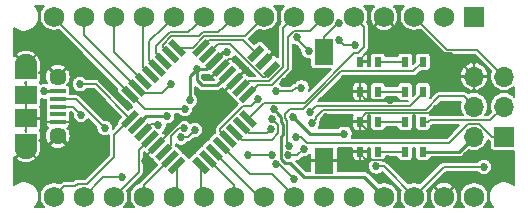
<source format=gbr>
G04 #@! TF.FileFunction,Copper,L1,Top,Signal*
%FSLAX46Y46*%
G04 Gerber Fmt 4.6, Leading zero omitted, Abs format (unit mm)*
G04 Created by KiCad (PCBNEW 4.0.7) date 05/30/18 02:56:49*
%MOMM*%
%LPD*%
G01*
G04 APERTURE LIST*
%ADD10C,0.100000*%
%ADD11R,1.900000X1.500000*%
%ADD12C,1.450000*%
%ADD13R,1.350000X0.400000*%
%ADD14C,1.900000*%
%ADD15R,1.900000X1.200000*%
%ADD16R,0.600000X0.900000*%
%ADD17R,1.700000X1.700000*%
%ADD18O,1.700000X1.700000*%
%ADD19R,1.600000X2.180000*%
%ADD20C,1.727200*%
%ADD21R,1.727200X1.727200*%
%ADD22C,0.685800*%
%ADD23C,0.152400*%
%ADD24C,0.254000*%
%ADD25C,0.203200*%
G04 APERTURE END LIST*
D10*
D11*
X1428000Y-9890000D03*
D12*
X4128000Y-6390000D03*
D13*
X4128000Y-8240000D03*
X4128000Y-7590000D03*
X4128000Y-10190000D03*
X4128000Y-9540000D03*
X4128000Y-8890000D03*
D12*
X4128000Y-11390000D03*
D11*
X1428000Y-7890000D03*
D14*
X1428000Y-5390000D03*
X1428000Y-12390000D03*
D15*
X1428000Y-11790000D03*
X1428000Y-5990000D03*
D16*
X33540000Y-7620000D03*
X35040000Y-7620000D03*
X33540000Y-5080000D03*
X35040000Y-5080000D03*
X33540000Y-10160000D03*
X35040000Y-10160000D03*
X33540000Y-12700000D03*
X35040000Y-12700000D03*
D17*
X41910000Y-11430000D03*
D18*
X39370000Y-11430000D03*
X41910000Y-8890000D03*
X39370000Y-8890000D03*
X41910000Y-6350000D03*
X39370000Y-6350000D03*
D16*
X31230000Y-7620000D03*
X29730000Y-7620000D03*
X31230000Y-5080000D03*
X29730000Y-5080000D03*
X29730000Y-10160000D03*
X31230000Y-10160000D03*
X29730000Y-12700000D03*
X31230000Y-12700000D03*
D19*
X26670000Y-13480000D03*
X26670000Y-4300000D03*
D10*
G36*
X20596334Y-7104555D02*
X20985243Y-7493464D01*
X19853872Y-8624835D01*
X19464963Y-8235926D01*
X20596334Y-7104555D01*
X20596334Y-7104555D01*
G37*
G36*
X20030648Y-6538870D02*
X20419557Y-6927779D01*
X19288186Y-8059150D01*
X18899277Y-7670241D01*
X20030648Y-6538870D01*
X20030648Y-6538870D01*
G37*
G36*
X19464963Y-5973184D02*
X19853872Y-6362093D01*
X18722501Y-7493464D01*
X18333592Y-7104555D01*
X19464963Y-5973184D01*
X19464963Y-5973184D01*
G37*
G36*
X18899278Y-5407499D02*
X19288187Y-5796408D01*
X18156816Y-6927779D01*
X17767907Y-6538870D01*
X18899278Y-5407499D01*
X18899278Y-5407499D01*
G37*
G36*
X18333592Y-4841813D02*
X18722501Y-5230722D01*
X17591130Y-6362093D01*
X17202221Y-5973184D01*
X18333592Y-4841813D01*
X18333592Y-4841813D01*
G37*
G36*
X17767907Y-4276128D02*
X18156816Y-4665037D01*
X17025445Y-5796408D01*
X16636536Y-5407499D01*
X17767907Y-4276128D01*
X17767907Y-4276128D01*
G37*
G36*
X17202221Y-3710443D02*
X17591130Y-4099352D01*
X16459759Y-5230723D01*
X16070850Y-4841814D01*
X17202221Y-3710443D01*
X17202221Y-3710443D01*
G37*
G36*
X16636536Y-3144757D02*
X17025445Y-3533666D01*
X15894074Y-4665037D01*
X15505165Y-4276128D01*
X16636536Y-3144757D01*
X16636536Y-3144757D01*
G37*
G36*
X13454555Y-3533666D02*
X13843464Y-3144757D01*
X14974835Y-4276128D01*
X14585926Y-4665037D01*
X13454555Y-3533666D01*
X13454555Y-3533666D01*
G37*
G36*
X12888870Y-4099352D02*
X13277779Y-3710443D01*
X14409150Y-4841814D01*
X14020241Y-5230723D01*
X12888870Y-4099352D01*
X12888870Y-4099352D01*
G37*
G36*
X12323184Y-4665037D02*
X12712093Y-4276128D01*
X13843464Y-5407499D01*
X13454555Y-5796408D01*
X12323184Y-4665037D01*
X12323184Y-4665037D01*
G37*
G36*
X11757499Y-5230722D02*
X12146408Y-4841813D01*
X13277779Y-5973184D01*
X12888870Y-6362093D01*
X11757499Y-5230722D01*
X11757499Y-5230722D01*
G37*
G36*
X11191813Y-5796408D02*
X11580722Y-5407499D01*
X12712093Y-6538870D01*
X12323184Y-6927779D01*
X11191813Y-5796408D01*
X11191813Y-5796408D01*
G37*
G36*
X10626128Y-6362093D02*
X11015037Y-5973184D01*
X12146408Y-7104555D01*
X11757499Y-7493464D01*
X10626128Y-6362093D01*
X10626128Y-6362093D01*
G37*
G36*
X10060443Y-6927779D02*
X10449352Y-6538870D01*
X11580723Y-7670241D01*
X11191814Y-8059150D01*
X10060443Y-6927779D01*
X10060443Y-6927779D01*
G37*
G36*
X9494757Y-7493464D02*
X9883666Y-7104555D01*
X11015037Y-8235926D01*
X10626128Y-8624835D01*
X9494757Y-7493464D01*
X9494757Y-7493464D01*
G37*
G36*
X10626128Y-9155165D02*
X11015037Y-9544074D01*
X9883666Y-10675445D01*
X9494757Y-10286536D01*
X10626128Y-9155165D01*
X10626128Y-9155165D01*
G37*
G36*
X11191814Y-9720850D02*
X11580723Y-10109759D01*
X10449352Y-11241130D01*
X10060443Y-10852221D01*
X11191814Y-9720850D01*
X11191814Y-9720850D01*
G37*
G36*
X11757499Y-10286536D02*
X12146408Y-10675445D01*
X11015037Y-11806816D01*
X10626128Y-11417907D01*
X11757499Y-10286536D01*
X11757499Y-10286536D01*
G37*
G36*
X12323184Y-10852221D02*
X12712093Y-11241130D01*
X11580722Y-12372501D01*
X11191813Y-11983592D01*
X12323184Y-10852221D01*
X12323184Y-10852221D01*
G37*
G36*
X12888870Y-11417907D02*
X13277779Y-11806816D01*
X12146408Y-12938187D01*
X11757499Y-12549278D01*
X12888870Y-11417907D01*
X12888870Y-11417907D01*
G37*
G36*
X13454555Y-11983592D02*
X13843464Y-12372501D01*
X12712093Y-13503872D01*
X12323184Y-13114963D01*
X13454555Y-11983592D01*
X13454555Y-11983592D01*
G37*
G36*
X14020241Y-12549277D02*
X14409150Y-12938186D01*
X13277779Y-14069557D01*
X12888870Y-13680648D01*
X14020241Y-12549277D01*
X14020241Y-12549277D01*
G37*
G36*
X14585926Y-13114963D02*
X14974835Y-13503872D01*
X13843464Y-14635243D01*
X13454555Y-14246334D01*
X14585926Y-13114963D01*
X14585926Y-13114963D01*
G37*
G36*
X15505165Y-13503872D02*
X15894074Y-13114963D01*
X17025445Y-14246334D01*
X16636536Y-14635243D01*
X15505165Y-13503872D01*
X15505165Y-13503872D01*
G37*
G36*
X16070850Y-12938186D02*
X16459759Y-12549277D01*
X17591130Y-13680648D01*
X17202221Y-14069557D01*
X16070850Y-12938186D01*
X16070850Y-12938186D01*
G37*
G36*
X16636536Y-12372501D02*
X17025445Y-11983592D01*
X18156816Y-13114963D01*
X17767907Y-13503872D01*
X16636536Y-12372501D01*
X16636536Y-12372501D01*
G37*
G36*
X17202221Y-11806816D02*
X17591130Y-11417907D01*
X18722501Y-12549278D01*
X18333592Y-12938187D01*
X17202221Y-11806816D01*
X17202221Y-11806816D01*
G37*
G36*
X17767907Y-11241130D02*
X18156816Y-10852221D01*
X19288187Y-11983592D01*
X18899278Y-12372501D01*
X17767907Y-11241130D01*
X17767907Y-11241130D01*
G37*
G36*
X18333592Y-10675445D02*
X18722501Y-10286536D01*
X19853872Y-11417907D01*
X19464963Y-11806816D01*
X18333592Y-10675445D01*
X18333592Y-10675445D01*
G37*
G36*
X18899277Y-10109759D02*
X19288186Y-9720850D01*
X20419557Y-10852221D01*
X20030648Y-11241130D01*
X18899277Y-10109759D01*
X18899277Y-10109759D01*
G37*
G36*
X19464963Y-9544074D02*
X19853872Y-9155165D01*
X20985243Y-10286536D01*
X20596334Y-10675445D01*
X19464963Y-9544074D01*
X19464963Y-9544074D01*
G37*
G36*
X20175787Y-4726447D02*
X21236447Y-3665787D01*
X21660711Y-4090051D01*
X20600051Y-5150711D01*
X20175787Y-4726447D01*
X20175787Y-4726447D01*
G37*
G36*
X20847538Y-5398198D02*
X21908198Y-4337538D01*
X22332462Y-4761802D01*
X21271802Y-5822462D01*
X20847538Y-5398198D01*
X20847538Y-5398198D01*
G37*
G36*
X21519289Y-6069949D02*
X22579949Y-5009289D01*
X23004213Y-5433553D01*
X21943553Y-6494213D01*
X21519289Y-6069949D01*
X21519289Y-6069949D01*
G37*
D20*
X39370000Y-16510000D03*
X36830000Y-16510000D03*
X34290000Y-16510000D03*
X31750000Y-16510000D03*
X29210000Y-16510000D03*
X26670000Y-16510000D03*
X24130000Y-16510000D03*
X21590000Y-16510000D03*
X19050000Y-16510000D03*
X16510000Y-16510000D03*
X13970000Y-16510000D03*
X11430000Y-16510000D03*
X8890000Y-16510000D03*
X6350000Y-16510000D03*
X3810000Y-16510000D03*
X3810000Y-1270000D03*
X6350000Y-1270000D03*
X8890000Y-1270000D03*
X11430000Y-1270000D03*
X13970000Y-1270000D03*
X16510000Y-1270000D03*
X19050000Y-1270000D03*
X21590000Y-1270000D03*
X24130000Y-1270000D03*
X26670000Y-1270000D03*
X29210000Y-1270000D03*
X31750000Y-1270000D03*
X34290000Y-1270000D03*
X36830000Y-1270000D03*
D21*
X39370000Y-1270000D03*
D22*
X9600002Y-14900000D03*
X7400000Y-13700000D03*
X6000000Y-13100000D03*
X11554698Y-13500000D03*
X26800000Y-9800000D03*
X32100000Y-13300000D03*
X32300000Y-11300000D03*
X32300000Y-8300000D03*
X24800000Y-5700000D03*
X23300000Y-6800000D03*
X37100000Y-7300000D03*
X36170000Y-9130000D03*
X15880000Y-12040000D03*
X16600000Y-8100000D03*
X20100000Y-5800000D03*
X22500000Y-4300000D03*
X18500000Y-4271510D03*
X22418030Y-9139070D03*
X15880000Y-5740000D03*
X15298706Y-8377698D03*
X13399240Y-9676317D03*
X31100000Y-13950111D03*
X27965268Y-1815213D03*
X40200000Y-14000000D03*
X21055346Y-8267690D03*
X24071510Y-9744185D03*
X28400000Y-11200000D03*
X3000018Y-7600000D03*
X22593721Y-13793155D03*
X23637536Y-13035882D03*
X24948557Y-12489040D03*
X25519333Y-9355470D03*
X24100000Y-15000000D03*
X15752528Y-10876637D03*
X14540103Y-11498120D03*
X20200000Y-13000000D03*
X22300000Y-13000000D03*
X23700000Y-12200000D03*
X29300000Y-3700002D03*
X6000000Y-7000000D03*
X24403138Y-3041082D03*
X25374662Y-4154688D03*
X27965312Y-3276341D03*
X8100000Y-10700000D03*
X6100000Y-9600000D03*
X24273029Y-11472371D03*
X14893621Y-9111528D03*
X22605370Y-7589648D03*
X25630888Y-10322650D03*
X24754688Y-7299999D03*
X13700000Y-7000000D03*
X22304288Y-9969529D03*
X22199849Y-10801209D03*
X12652068Y-10466905D03*
X14802039Y-10701886D03*
D23*
X9115069Y-14900000D02*
X9600002Y-14900000D01*
X6350000Y-16510000D02*
X7960000Y-14900000D01*
X7960000Y-14900000D02*
X9115069Y-14900000D01*
X18664314Y-4900000D02*
X19200000Y-4900000D01*
X19200000Y-4900000D02*
X20100000Y-5800000D01*
X17962361Y-5601953D02*
X18664314Y-4900000D01*
X7400000Y-13700000D02*
X6800000Y-13100000D01*
X6800000Y-13100000D02*
X6000000Y-13100000D01*
X6000000Y-13100000D02*
X4290000Y-11390000D01*
X4290000Y-11390000D02*
X4128000Y-11390000D01*
X12517639Y-12178047D02*
X11554698Y-13140988D01*
X11554698Y-13140988D02*
X11554698Y-13500000D01*
X29730000Y-5080000D02*
X29730000Y-4930000D01*
X29730000Y-4930000D02*
X30258601Y-4401399D01*
X30258601Y-4401399D02*
X37421399Y-4401399D01*
X37421399Y-4401399D02*
X38520001Y-5500001D01*
X38520001Y-5500001D02*
X39370000Y-6350000D01*
X29730000Y-10160000D02*
X27160000Y-10160000D01*
X27160000Y-10160000D02*
X26800000Y-9800000D01*
X32100000Y-13300000D02*
X32021399Y-13378601D01*
X32021399Y-13378601D02*
X30258601Y-13378601D01*
X30258601Y-13378601D02*
X29730000Y-12850000D01*
X29730000Y-12850000D02*
X29730000Y-12700000D01*
X29730000Y-10160000D02*
X29730000Y-10310000D01*
X29730000Y-10310000D02*
X30720000Y-11300000D01*
X30720000Y-11300000D02*
X32300000Y-11300000D01*
X29730000Y-7620000D02*
X29730000Y-7770000D01*
X29730000Y-7770000D02*
X30260000Y-8300000D01*
X30260000Y-8300000D02*
X32300000Y-8300000D01*
X29730000Y-10160000D02*
X29730000Y-10010000D01*
X29730000Y-10010000D02*
X30258601Y-9481399D01*
X30258601Y-9481399D02*
X35818601Y-9481399D01*
X35818601Y-9481399D02*
X36170000Y-9130000D01*
X23300000Y-6800000D02*
X24400000Y-5700000D01*
X24400000Y-5700000D02*
X24800000Y-5700000D01*
X39370000Y-6350000D02*
X38050000Y-6350000D01*
X38050000Y-6350000D02*
X37100000Y-7300000D01*
X16600000Y-8100000D02*
X16600000Y-8584933D01*
X13154034Y-11541652D02*
X12517639Y-12178047D01*
X14824185Y-9871501D02*
X13154034Y-11541652D01*
X15313432Y-9871501D02*
X14824185Y-9871501D01*
X16600000Y-8584933D02*
X15313432Y-9871501D01*
X16600000Y-11320000D02*
X15880000Y-12040000D01*
X16600000Y-8100000D02*
X16600000Y-11320000D01*
X20100000Y-5800000D02*
X20027056Y-5800000D01*
X20027056Y-5800000D02*
X19093732Y-6733324D01*
X21590000Y-5080000D02*
X21720000Y-5080000D01*
X21720000Y-5080000D02*
X22500000Y-4300000D01*
D24*
X18161434Y-4271510D02*
X18500000Y-4271510D01*
X17396676Y-5036268D02*
X18161434Y-4271510D01*
X16336000Y-7100000D02*
X17595686Y-7100000D01*
X17595686Y-7100000D02*
X18528047Y-6167639D01*
X15880000Y-5740000D02*
X15880000Y-6644000D01*
X15880000Y-6644000D02*
X16336000Y-7100000D01*
X15880000Y-5740000D02*
X16692944Y-5740000D01*
X16692944Y-5740000D02*
X17396676Y-5036268D01*
X23219785Y-11228947D02*
X23219785Y-10371051D01*
X23219785Y-10371051D02*
X23044389Y-10195655D01*
X23044389Y-9765429D02*
X22760929Y-9481969D01*
X23044389Y-10195655D02*
X23044389Y-9765429D01*
X23015234Y-11433498D02*
X23219785Y-11228947D01*
X24972213Y-14849401D02*
X23780996Y-13658184D01*
X23015234Y-13334588D02*
X23015234Y-11433498D01*
X23338830Y-13658184D02*
X23015234Y-13334588D01*
X31750000Y-16510000D02*
X30089401Y-14849401D01*
X22760929Y-9481969D02*
X22418030Y-9139070D01*
X30089401Y-14849401D02*
X24972213Y-14849401D01*
X23780996Y-13658184D02*
X23338830Y-13658184D01*
X15298706Y-8377698D02*
X15298706Y-6321294D01*
X15298706Y-6321294D02*
X15880000Y-5740000D01*
X11625256Y-9676317D02*
X12914307Y-9676317D01*
X10820583Y-10480990D02*
X11625256Y-9676317D01*
X12914307Y-9676317D02*
X13399240Y-9676317D01*
X39370000Y-11430000D02*
X38100000Y-12700000D01*
X38100000Y-12700000D02*
X35040000Y-12700000D01*
D23*
X35153599Y-2133599D02*
X34290000Y-1270000D01*
X39656588Y-4096588D02*
X37116588Y-4096588D01*
X41910000Y-6350000D02*
X39656588Y-4096588D01*
X37116588Y-4096588D02*
X35153599Y-2133599D01*
X26670000Y-4300000D02*
X26670000Y-3030000D01*
X26670000Y-3030000D02*
X27884787Y-1815213D01*
X27884787Y-1815213D02*
X27965268Y-1815213D01*
X31584933Y-13950111D02*
X31100000Y-13950111D01*
X31730111Y-13950111D02*
X31584933Y-13950111D01*
X34290000Y-16510000D02*
X31730111Y-13950111D01*
X34290000Y-16510000D02*
X36800000Y-14000000D01*
X36800000Y-14000000D02*
X40200000Y-14000000D01*
X20469591Y-8853445D02*
X20712447Y-8610589D01*
X17891652Y-10975966D02*
X17891652Y-10794080D01*
X18528047Y-11612361D02*
X17891652Y-10975966D01*
X20712447Y-8610589D02*
X21055346Y-8267690D01*
X19832287Y-8853445D02*
X20469591Y-8853445D01*
X17891652Y-10794080D02*
X19832287Y-8853445D01*
X10983196Y-12581118D02*
X11315558Y-12248756D01*
X11315558Y-12248756D02*
X11951953Y-11612361D01*
X10983196Y-14416804D02*
X10983196Y-12581118D01*
X8890000Y-16510000D02*
X10983196Y-14416804D01*
D24*
X28400000Y-11200000D02*
X25527325Y-11200000D01*
X24414409Y-10087084D02*
X24071510Y-9744185D01*
X25527325Y-11200000D02*
X24414409Y-10087084D01*
X4128000Y-7590000D02*
X3010018Y-7590000D01*
X3010018Y-7590000D02*
X3000018Y-7600000D01*
D23*
X33540000Y-7620000D02*
X31230000Y-7620000D01*
X25862232Y-9012571D02*
X25519333Y-9355470D01*
X26003301Y-8871502D02*
X25862232Y-9012571D01*
X35040000Y-7770000D02*
X33938498Y-8871502D01*
X33938498Y-8871502D02*
X26003301Y-8871502D01*
X35040000Y-7620000D02*
X35040000Y-7770000D01*
X24948557Y-12489040D02*
X24401715Y-13035882D01*
X22893155Y-13793155D02*
X22593721Y-13793155D01*
X24100000Y-15000000D02*
X22893155Y-13793155D01*
X24401715Y-13035882D02*
X24122469Y-13035882D01*
X24122469Y-13035882D02*
X23637536Y-13035882D01*
X33540000Y-5080000D02*
X31230000Y-5080000D01*
X35040000Y-5080000D02*
X34220000Y-5900000D01*
X34220000Y-5900000D02*
X28131066Y-5900000D01*
X28131066Y-5900000D02*
X24931066Y-9100000D01*
X24931066Y-9100000D02*
X23800000Y-9100000D01*
X23800000Y-9100000D02*
X23400000Y-9500000D01*
X23575396Y-12075396D02*
X23700000Y-12200000D01*
X23400000Y-9500000D02*
X23400000Y-9900000D01*
X23400000Y-9900000D02*
X23575396Y-10075396D01*
X23575396Y-10075396D02*
X23575396Y-12075396D01*
X15409629Y-11219536D02*
X15752528Y-10876637D01*
X15131045Y-11498120D02*
X15409629Y-11219536D01*
X14540103Y-11498120D02*
X15131045Y-11498120D01*
X22300000Y-13000000D02*
X20200000Y-13000000D01*
X33540000Y-10160000D02*
X33087600Y-10160000D01*
X33087600Y-10160000D02*
X31230000Y-10160000D01*
X10254897Y-9915305D02*
X10254897Y-9920103D01*
X10254897Y-9920103D02*
X8859738Y-11315262D01*
X8859738Y-11315262D02*
X8859738Y-13140262D01*
X8859738Y-13140262D02*
X6582201Y-15417799D01*
X6582201Y-15417799D02*
X5825743Y-15417799D01*
X5825743Y-15417799D02*
X5597141Y-15646401D01*
X5597141Y-15646401D02*
X4673599Y-15646401D01*
X4673599Y-15646401D02*
X3810000Y-16510000D01*
X29300000Y-3700002D02*
X28388973Y-3700002D01*
X28388973Y-3700002D02*
X27965312Y-3276341D01*
X6000000Y-7000000D02*
X7339592Y-7000000D01*
X7339592Y-7000000D02*
X10254897Y-9915305D01*
X24403138Y-3183164D02*
X24403138Y-3041082D01*
X25374662Y-4154688D02*
X24403138Y-3183164D01*
X35492400Y-10160000D02*
X35040000Y-10160000D01*
X35605812Y-10046588D02*
X35492400Y-10160000D01*
X41910000Y-8890000D02*
X40753412Y-10046588D01*
X40753412Y-10046588D02*
X35605812Y-10046588D01*
X33540000Y-12700000D02*
X33087600Y-12700000D01*
X33087600Y-12700000D02*
X31230000Y-12700000D01*
X4128000Y-8240000D02*
X5640000Y-8240000D01*
X5640000Y-8240000D02*
X8100000Y-10700000D01*
X4128000Y-8890000D02*
X5390000Y-8890000D01*
X5390000Y-8890000D02*
X6100000Y-9600000D01*
X25251426Y-11965835D02*
X24757962Y-11472371D01*
X24757962Y-11472371D02*
X24273029Y-11472371D01*
X41910000Y-11430000D02*
X40907600Y-11430000D01*
X37237835Y-11965835D02*
X25251426Y-11965835D01*
X40907600Y-11430000D02*
X39828999Y-10351399D01*
X38852271Y-10351399D02*
X37237835Y-11965835D01*
X39828999Y-10351399D02*
X38852271Y-10351399D01*
X10254897Y-7864695D02*
X11490174Y-9099972D01*
X14408688Y-9111528D02*
X14893621Y-9111528D01*
X11490174Y-9099972D02*
X14397132Y-9099972D01*
X14397132Y-9099972D02*
X14408688Y-9111528D01*
X10254897Y-7864695D02*
X3810000Y-1419798D01*
X3810000Y-1419798D02*
X3810000Y-1270000D01*
X36414175Y-8040001D02*
X35277863Y-9176313D01*
X35277863Y-9176313D02*
X26577863Y-9176313D01*
X38520001Y-8040001D02*
X36414175Y-8040001D01*
X39370000Y-8890000D02*
X38520001Y-8040001D01*
X25973787Y-9979751D02*
X25630888Y-10322650D01*
X25973787Y-9780389D02*
X25973787Y-9979751D01*
X26577863Y-9176313D02*
X25973787Y-9780389D01*
X24269755Y-7299999D02*
X23980106Y-7589648D01*
X24754688Y-7299999D02*
X24269755Y-7299999D01*
X23980106Y-7589648D02*
X22605370Y-7589648D01*
X13700000Y-7000000D02*
X12976313Y-7723687D01*
X11245260Y-7723687D02*
X10820583Y-7299010D01*
X12976313Y-7723687D02*
X11245260Y-7723687D01*
X10820583Y-7299010D02*
X6350000Y-2828427D01*
X6350000Y-2828427D02*
X6350000Y-1270000D01*
X19093732Y-11046676D02*
X19730127Y-11683071D01*
X19730127Y-11683071D02*
X22262752Y-11683071D01*
X22262752Y-11683071D02*
X22800000Y-11145823D01*
X22647187Y-10312428D02*
X22304288Y-9969529D01*
X22800000Y-11145823D02*
X22800000Y-10465241D01*
X22800000Y-10465241D02*
X22647187Y-10312428D01*
X19659417Y-10480990D02*
X20295812Y-11117385D01*
X20295812Y-11117385D02*
X21883673Y-11117385D01*
X21883673Y-11117385D02*
X22199849Y-10801209D01*
X20225103Y-7864695D02*
X21061299Y-7028499D01*
X21061299Y-7028499D02*
X22243629Y-7028499D01*
X22243629Y-7028499D02*
X23600000Y-5672128D01*
X23600000Y-5672128D02*
X23600000Y-2998398D01*
X23600000Y-2998398D02*
X24128818Y-2469580D01*
X24128818Y-2469580D02*
X25470420Y-2469580D01*
X25806401Y-2133599D02*
X26670000Y-1270000D01*
X25470420Y-2469580D02*
X25806401Y-2133599D01*
X19659417Y-7299010D02*
X20234739Y-6723688D01*
X20234739Y-6723688D02*
X22037382Y-6723688D01*
X22037382Y-6723688D02*
X23232823Y-5528247D01*
X23232823Y-5338859D02*
X23223687Y-5329723D01*
X23232823Y-5528247D02*
X23232823Y-5338859D01*
X23266401Y-2133599D02*
X24130000Y-1270000D01*
X23223687Y-5329723D02*
X23223687Y-2176313D01*
X23223687Y-2176313D02*
X23266401Y-2133599D01*
X21660711Y-6352791D02*
X22261751Y-5751751D01*
X21478827Y-6352791D02*
X21660711Y-6352791D01*
X18754535Y-3628499D02*
X21478827Y-6352791D01*
X17673074Y-3628499D02*
X18754535Y-3628499D01*
X16830990Y-4470583D02*
X17673074Y-3628499D01*
X16265305Y-3904897D02*
X16901700Y-3268502D01*
X16901700Y-3268502D02*
X19778502Y-3268502D01*
X19778502Y-3268502D02*
X20635407Y-4125407D01*
X20635407Y-4125407D02*
X20918249Y-4408249D01*
X15553091Y-3904897D02*
X16541841Y-2916147D01*
X14214695Y-3904897D02*
X15553091Y-3904897D01*
X16541841Y-2916147D02*
X19943853Y-2916147D01*
X19943853Y-2916147D02*
X20726401Y-2133599D01*
X20726401Y-2133599D02*
X21590000Y-1270000D01*
X17708664Y-2611336D02*
X18186401Y-2133599D01*
X16415585Y-2611336D02*
X17708664Y-2611336D01*
X13748769Y-2916147D02*
X16110775Y-2916147D01*
X13012615Y-3652301D02*
X13748769Y-2916147D01*
X18186401Y-2133599D02*
X19050000Y-1270000D01*
X16110775Y-2916147D02*
X16415585Y-2611336D01*
X13012615Y-3834188D02*
X13012615Y-3652301D01*
X13649010Y-4470583D02*
X13012615Y-3834188D01*
X15646401Y-2133599D02*
X16510000Y-1270000D01*
X13622513Y-2611336D02*
X15168664Y-2611336D01*
X12446929Y-3786920D02*
X13622513Y-2611336D01*
X12446929Y-4399873D02*
X12446929Y-3786920D01*
X15168664Y-2611336D02*
X15646401Y-2133599D01*
X13083324Y-5036268D02*
X12446929Y-4399873D01*
X12517639Y-5601953D02*
X11881244Y-4965558D01*
X11881244Y-4965558D02*
X11881244Y-3358756D01*
X11881244Y-3358756D02*
X13106401Y-2133599D01*
X13106401Y-2133599D02*
X13970000Y-1270000D01*
X11951953Y-6167639D02*
X11315558Y-5531244D01*
X11315558Y-5531244D02*
X11315558Y-1384442D01*
X11315558Y-1384442D02*
X11430000Y-1270000D01*
X11386268Y-6733324D02*
X8890000Y-4237056D01*
X8890000Y-4237056D02*
X8890000Y-1270000D01*
X12595444Y-10410281D02*
X12652068Y-10466905D01*
X11386268Y-11046676D02*
X12022663Y-10410281D01*
X12022663Y-10410281D02*
X12595444Y-10410281D01*
X13083324Y-12743732D02*
X13719719Y-12107337D01*
X13719719Y-12107337D02*
X13719719Y-11407033D01*
X14424866Y-10701886D02*
X14802039Y-10701886D01*
X13719719Y-11407033D02*
X14424866Y-10701886D01*
X13649010Y-13309417D02*
X11430000Y-15528427D01*
X11430000Y-15528427D02*
X11430000Y-16510000D01*
X14214695Y-13875103D02*
X14214695Y-16265305D01*
X14214695Y-16265305D02*
X13970000Y-16510000D01*
X16265305Y-13875103D02*
X16265305Y-16265305D01*
X16265305Y-16265305D02*
X16510000Y-16510000D01*
X16830990Y-13309417D02*
X19050000Y-15528427D01*
X19050000Y-15528427D02*
X19050000Y-16510000D01*
X17396676Y-12743732D02*
X21162944Y-16510000D01*
X21162944Y-16510000D02*
X21590000Y-16510000D01*
X20412813Y-14628499D02*
X22248499Y-14628499D01*
X17962361Y-12178047D02*
X20412813Y-14628499D01*
X22248499Y-14628499D02*
X23266401Y-15646401D01*
X23266401Y-15646401D02*
X24130000Y-16510000D01*
X29574321Y-4371501D02*
X30073599Y-3872223D01*
X30073599Y-2133599D02*
X29210000Y-1270000D01*
X30073599Y-3872223D02*
X30073599Y-2133599D01*
X21580709Y-8559699D02*
X25040301Y-8559699D01*
X20225103Y-9915305D02*
X21580709Y-8559699D01*
X29228499Y-4371501D02*
X29574321Y-4371501D01*
X25040301Y-8559699D02*
X29228499Y-4371501D01*
D25*
G36*
X1453400Y-6856700D02*
X1461700Y-6865000D01*
X1453400Y-6873300D01*
X1453400Y-7864600D01*
X1473400Y-7864600D01*
X1473400Y-7915400D01*
X1453400Y-7915400D01*
X1453400Y-9864600D01*
X2644700Y-9864600D01*
X2733600Y-9775700D01*
X2733600Y-9104976D01*
X2719934Y-9036275D01*
X2693128Y-8971560D01*
X2654212Y-8913318D01*
X2630894Y-8890000D01*
X2654212Y-8866682D01*
X2693128Y-8808440D01*
X2719934Y-8743725D01*
X2733600Y-8675024D01*
X2733600Y-8245697D01*
X2796273Y-8271657D01*
X2931222Y-8298500D01*
X3068814Y-8298500D01*
X3095680Y-8293156D01*
X3095680Y-8440000D01*
X3102546Y-8509710D01*
X3119318Y-8565000D01*
X3102546Y-8620290D01*
X3095680Y-8690000D01*
X3095680Y-9090000D01*
X3102546Y-9159710D01*
X3119318Y-9215000D01*
X3102546Y-9270290D01*
X3095680Y-9340000D01*
X3095680Y-9740000D01*
X3102546Y-9809710D01*
X3119555Y-9865781D01*
X3111066Y-9886275D01*
X3097400Y-9954976D01*
X3097400Y-10075700D01*
X3186300Y-10164600D01*
X4102600Y-10164600D01*
X4102600Y-10144600D01*
X4153400Y-10144600D01*
X4153400Y-10164600D01*
X5069700Y-10164600D01*
X5158600Y-10075700D01*
X5158600Y-9954976D01*
X5144934Y-9886275D01*
X5136445Y-9865781D01*
X5153454Y-9809710D01*
X5160320Y-9740000D01*
X5160320Y-9340000D01*
X5158527Y-9321800D01*
X5211144Y-9321800D01*
X5404660Y-9515317D01*
X5401500Y-9531204D01*
X5401500Y-9668796D01*
X5428343Y-9803745D01*
X5480997Y-9930864D01*
X5557439Y-10045268D01*
X5654732Y-10142561D01*
X5769136Y-10219003D01*
X5896255Y-10271657D01*
X6031204Y-10298500D01*
X6168796Y-10298500D01*
X6303745Y-10271657D01*
X6430864Y-10219003D01*
X6545268Y-10142561D01*
X6642561Y-10045268D01*
X6719003Y-9930864D01*
X6719356Y-9930013D01*
X7404660Y-10615318D01*
X7401500Y-10631204D01*
X7401500Y-10768796D01*
X7428343Y-10903745D01*
X7480997Y-11030864D01*
X7557439Y-11145268D01*
X7654732Y-11242561D01*
X7769136Y-11319003D01*
X7896255Y-11371657D01*
X8031204Y-11398500D01*
X8168796Y-11398500D01*
X8303745Y-11371657D01*
X8426400Y-11320852D01*
X8427938Y-11336472D01*
X8427939Y-12961404D01*
X6403345Y-14985999D01*
X5846952Y-14985999D01*
X5825742Y-14983910D01*
X5771382Y-14989264D01*
X5741095Y-14992247D01*
X5659701Y-15016938D01*
X5584687Y-15057033D01*
X5518937Y-15110993D01*
X5505412Y-15127473D01*
X5418284Y-15214601D01*
X4694801Y-15214601D01*
X4673598Y-15212513D01*
X4652395Y-15214601D01*
X4652389Y-15214601D01*
X4597545Y-15220003D01*
X4588950Y-15220849D01*
X4564259Y-15228339D01*
X4507557Y-15245540D01*
X4432543Y-15285635D01*
X4366793Y-15339595D01*
X4353273Y-15356069D01*
X4311335Y-15398007D01*
X4165627Y-15337653D01*
X3930081Y-15290800D01*
X3689919Y-15290800D01*
X3454373Y-15337653D01*
X3232492Y-15429559D01*
X3032805Y-15562986D01*
X2862986Y-15732805D01*
X2729559Y-15932492D01*
X2637653Y-16154373D01*
X2590800Y-16389919D01*
X2590800Y-16630081D01*
X2637653Y-16865627D01*
X2729559Y-17087508D01*
X2862986Y-17287195D01*
X2950191Y-17374400D01*
X2216642Y-17374400D01*
X2264707Y-17326335D01*
X2404853Y-17116591D01*
X2501387Y-16883537D01*
X2550600Y-16636128D01*
X2550600Y-16383872D01*
X2501387Y-16136463D01*
X2404853Y-15903409D01*
X2264707Y-15693665D01*
X2086335Y-15515293D01*
X1876591Y-15375147D01*
X1643537Y-15278613D01*
X1396128Y-15229400D01*
X1143872Y-15229400D01*
X896463Y-15278613D01*
X663409Y-15375147D01*
X453665Y-15515293D01*
X405600Y-15563358D01*
X405600Y-13167131D01*
X545423Y-13236656D01*
X1036479Y-12745600D01*
X1108321Y-12745600D01*
X581344Y-13272577D01*
X677568Y-13466094D01*
X901923Y-13591819D01*
X1146495Y-13671360D01*
X1401885Y-13701658D01*
X1658279Y-13681550D01*
X1905822Y-13611808D01*
X2135004Y-13495112D01*
X2178432Y-13466094D01*
X2274656Y-13272577D01*
X1747679Y-12745600D01*
X1819521Y-12745600D01*
X2310577Y-13236656D01*
X2504094Y-13140432D01*
X2629819Y-12916077D01*
X2709360Y-12671505D01*
X2739658Y-12416115D01*
X2733600Y-12338870D01*
X2733600Y-12112667D01*
X3441254Y-12112667D01*
X3510489Y-12283144D01*
X3696598Y-12386452D01*
X3899286Y-12451468D01*
X4110764Y-12475692D01*
X4322903Y-12458194D01*
X4527552Y-12399645D01*
X4716847Y-12302296D01*
X4745511Y-12283144D01*
X4814746Y-12112667D01*
X4128000Y-11425921D01*
X3441254Y-12112667D01*
X2733600Y-12112667D01*
X2733600Y-11904300D01*
X2644700Y-11815400D01*
X2600530Y-11815400D01*
X2574664Y-11764600D01*
X2644700Y-11764600D01*
X2733600Y-11675700D01*
X2733600Y-11372764D01*
X3042308Y-11372764D01*
X3059806Y-11584903D01*
X3118355Y-11789552D01*
X3215704Y-11978847D01*
X3234856Y-12007511D01*
X3405333Y-12076746D01*
X4092079Y-11390000D01*
X4077937Y-11375858D01*
X4113858Y-11339937D01*
X4128000Y-11354079D01*
X4142143Y-11339937D01*
X4178064Y-11375858D01*
X4163921Y-11390000D01*
X4850667Y-12076746D01*
X5021144Y-12007511D01*
X5124452Y-11821402D01*
X5189468Y-11618714D01*
X5213692Y-11407236D01*
X5196194Y-11195097D01*
X5137645Y-10990448D01*
X5040296Y-10801153D01*
X5021144Y-10772489D01*
X4913934Y-10728948D01*
X4971439Y-10705129D01*
X5029681Y-10666213D01*
X5079212Y-10616682D01*
X5118128Y-10558440D01*
X5144934Y-10493725D01*
X5158600Y-10425024D01*
X5158600Y-10304300D01*
X5069700Y-10215400D01*
X4153400Y-10215400D01*
X4153400Y-10235400D01*
X4102600Y-10235400D01*
X4102600Y-10215400D01*
X3186300Y-10215400D01*
X3097400Y-10304300D01*
X3097400Y-10425024D01*
X3111066Y-10493725D01*
X3137872Y-10558440D01*
X3176788Y-10616682D01*
X3226319Y-10666213D01*
X3284561Y-10705129D01*
X3342066Y-10728948D01*
X3234856Y-10772489D01*
X3131548Y-10958598D01*
X3066532Y-11161286D01*
X3042308Y-11372764D01*
X2733600Y-11372764D01*
X2733600Y-11154976D01*
X2719934Y-11086275D01*
X2693128Y-11021560D01*
X2654212Y-10963318D01*
X2605894Y-10915000D01*
X2654212Y-10866682D01*
X2693128Y-10808440D01*
X2719934Y-10743725D01*
X2733600Y-10675024D01*
X2733600Y-10004300D01*
X2644700Y-9915400D01*
X1453400Y-9915400D01*
X1453400Y-10906700D01*
X1461700Y-10915000D01*
X1453400Y-10923300D01*
X1453400Y-11078398D01*
X1402600Y-11082382D01*
X1402600Y-10923300D01*
X1394300Y-10915000D01*
X1402600Y-10906700D01*
X1402600Y-9915400D01*
X1382600Y-9915400D01*
X1382600Y-9864600D01*
X1402600Y-9864600D01*
X1402600Y-7915400D01*
X1382600Y-7915400D01*
X1382600Y-7864600D01*
X1402600Y-7864600D01*
X1402600Y-6873300D01*
X1394300Y-6865000D01*
X1402600Y-6856700D01*
X1402600Y-6701602D01*
X1453400Y-6697618D01*
X1453400Y-6856700D01*
X1453400Y-6856700D01*
G37*
X1453400Y-6856700D02*
X1461700Y-6865000D01*
X1453400Y-6873300D01*
X1453400Y-7864600D01*
X1473400Y-7864600D01*
X1473400Y-7915400D01*
X1453400Y-7915400D01*
X1453400Y-9864600D01*
X2644700Y-9864600D01*
X2733600Y-9775700D01*
X2733600Y-9104976D01*
X2719934Y-9036275D01*
X2693128Y-8971560D01*
X2654212Y-8913318D01*
X2630894Y-8890000D01*
X2654212Y-8866682D01*
X2693128Y-8808440D01*
X2719934Y-8743725D01*
X2733600Y-8675024D01*
X2733600Y-8245697D01*
X2796273Y-8271657D01*
X2931222Y-8298500D01*
X3068814Y-8298500D01*
X3095680Y-8293156D01*
X3095680Y-8440000D01*
X3102546Y-8509710D01*
X3119318Y-8565000D01*
X3102546Y-8620290D01*
X3095680Y-8690000D01*
X3095680Y-9090000D01*
X3102546Y-9159710D01*
X3119318Y-9215000D01*
X3102546Y-9270290D01*
X3095680Y-9340000D01*
X3095680Y-9740000D01*
X3102546Y-9809710D01*
X3119555Y-9865781D01*
X3111066Y-9886275D01*
X3097400Y-9954976D01*
X3097400Y-10075700D01*
X3186300Y-10164600D01*
X4102600Y-10164600D01*
X4102600Y-10144600D01*
X4153400Y-10144600D01*
X4153400Y-10164600D01*
X5069700Y-10164600D01*
X5158600Y-10075700D01*
X5158600Y-9954976D01*
X5144934Y-9886275D01*
X5136445Y-9865781D01*
X5153454Y-9809710D01*
X5160320Y-9740000D01*
X5160320Y-9340000D01*
X5158527Y-9321800D01*
X5211144Y-9321800D01*
X5404660Y-9515317D01*
X5401500Y-9531204D01*
X5401500Y-9668796D01*
X5428343Y-9803745D01*
X5480997Y-9930864D01*
X5557439Y-10045268D01*
X5654732Y-10142561D01*
X5769136Y-10219003D01*
X5896255Y-10271657D01*
X6031204Y-10298500D01*
X6168796Y-10298500D01*
X6303745Y-10271657D01*
X6430864Y-10219003D01*
X6545268Y-10142561D01*
X6642561Y-10045268D01*
X6719003Y-9930864D01*
X6719356Y-9930013D01*
X7404660Y-10615318D01*
X7401500Y-10631204D01*
X7401500Y-10768796D01*
X7428343Y-10903745D01*
X7480997Y-11030864D01*
X7557439Y-11145268D01*
X7654732Y-11242561D01*
X7769136Y-11319003D01*
X7896255Y-11371657D01*
X8031204Y-11398500D01*
X8168796Y-11398500D01*
X8303745Y-11371657D01*
X8426400Y-11320852D01*
X8427938Y-11336472D01*
X8427939Y-12961404D01*
X6403345Y-14985999D01*
X5846952Y-14985999D01*
X5825742Y-14983910D01*
X5771382Y-14989264D01*
X5741095Y-14992247D01*
X5659701Y-15016938D01*
X5584687Y-15057033D01*
X5518937Y-15110993D01*
X5505412Y-15127473D01*
X5418284Y-15214601D01*
X4694801Y-15214601D01*
X4673598Y-15212513D01*
X4652395Y-15214601D01*
X4652389Y-15214601D01*
X4597545Y-15220003D01*
X4588950Y-15220849D01*
X4564259Y-15228339D01*
X4507557Y-15245540D01*
X4432543Y-15285635D01*
X4366793Y-15339595D01*
X4353273Y-15356069D01*
X4311335Y-15398007D01*
X4165627Y-15337653D01*
X3930081Y-15290800D01*
X3689919Y-15290800D01*
X3454373Y-15337653D01*
X3232492Y-15429559D01*
X3032805Y-15562986D01*
X2862986Y-15732805D01*
X2729559Y-15932492D01*
X2637653Y-16154373D01*
X2590800Y-16389919D01*
X2590800Y-16630081D01*
X2637653Y-16865627D01*
X2729559Y-17087508D01*
X2862986Y-17287195D01*
X2950191Y-17374400D01*
X2216642Y-17374400D01*
X2264707Y-17326335D01*
X2404853Y-17116591D01*
X2501387Y-16883537D01*
X2550600Y-16636128D01*
X2550600Y-16383872D01*
X2501387Y-16136463D01*
X2404853Y-15903409D01*
X2264707Y-15693665D01*
X2086335Y-15515293D01*
X1876591Y-15375147D01*
X1643537Y-15278613D01*
X1396128Y-15229400D01*
X1143872Y-15229400D01*
X896463Y-15278613D01*
X663409Y-15375147D01*
X453665Y-15515293D01*
X405600Y-15563358D01*
X405600Y-13167131D01*
X545423Y-13236656D01*
X1036479Y-12745600D01*
X1108321Y-12745600D01*
X581344Y-13272577D01*
X677568Y-13466094D01*
X901923Y-13591819D01*
X1146495Y-13671360D01*
X1401885Y-13701658D01*
X1658279Y-13681550D01*
X1905822Y-13611808D01*
X2135004Y-13495112D01*
X2178432Y-13466094D01*
X2274656Y-13272577D01*
X1747679Y-12745600D01*
X1819521Y-12745600D01*
X2310577Y-13236656D01*
X2504094Y-13140432D01*
X2629819Y-12916077D01*
X2709360Y-12671505D01*
X2739658Y-12416115D01*
X2733600Y-12338870D01*
X2733600Y-12112667D01*
X3441254Y-12112667D01*
X3510489Y-12283144D01*
X3696598Y-12386452D01*
X3899286Y-12451468D01*
X4110764Y-12475692D01*
X4322903Y-12458194D01*
X4527552Y-12399645D01*
X4716847Y-12302296D01*
X4745511Y-12283144D01*
X4814746Y-12112667D01*
X4128000Y-11425921D01*
X3441254Y-12112667D01*
X2733600Y-12112667D01*
X2733600Y-11904300D01*
X2644700Y-11815400D01*
X2600530Y-11815400D01*
X2574664Y-11764600D01*
X2644700Y-11764600D01*
X2733600Y-11675700D01*
X2733600Y-11372764D01*
X3042308Y-11372764D01*
X3059806Y-11584903D01*
X3118355Y-11789552D01*
X3215704Y-11978847D01*
X3234856Y-12007511D01*
X3405333Y-12076746D01*
X4092079Y-11390000D01*
X4077937Y-11375858D01*
X4113858Y-11339937D01*
X4128000Y-11354079D01*
X4142143Y-11339937D01*
X4178064Y-11375858D01*
X4163921Y-11390000D01*
X4850667Y-12076746D01*
X5021144Y-12007511D01*
X5124452Y-11821402D01*
X5189468Y-11618714D01*
X5213692Y-11407236D01*
X5196194Y-11195097D01*
X5137645Y-10990448D01*
X5040296Y-10801153D01*
X5021144Y-10772489D01*
X4913934Y-10728948D01*
X4971439Y-10705129D01*
X5029681Y-10666213D01*
X5079212Y-10616682D01*
X5118128Y-10558440D01*
X5144934Y-10493725D01*
X5158600Y-10425024D01*
X5158600Y-10304300D01*
X5069700Y-10215400D01*
X4153400Y-10215400D01*
X4153400Y-10235400D01*
X4102600Y-10235400D01*
X4102600Y-10215400D01*
X3186300Y-10215400D01*
X3097400Y-10304300D01*
X3097400Y-10425024D01*
X3111066Y-10493725D01*
X3137872Y-10558440D01*
X3176788Y-10616682D01*
X3226319Y-10666213D01*
X3284561Y-10705129D01*
X3342066Y-10728948D01*
X3234856Y-10772489D01*
X3131548Y-10958598D01*
X3066532Y-11161286D01*
X3042308Y-11372764D01*
X2733600Y-11372764D01*
X2733600Y-11154976D01*
X2719934Y-11086275D01*
X2693128Y-11021560D01*
X2654212Y-10963318D01*
X2605894Y-10915000D01*
X2654212Y-10866682D01*
X2693128Y-10808440D01*
X2719934Y-10743725D01*
X2733600Y-10675024D01*
X2733600Y-10004300D01*
X2644700Y-9915400D01*
X1453400Y-9915400D01*
X1453400Y-10906700D01*
X1461700Y-10915000D01*
X1453400Y-10923300D01*
X1453400Y-11078398D01*
X1402600Y-11082382D01*
X1402600Y-10923300D01*
X1394300Y-10915000D01*
X1402600Y-10906700D01*
X1402600Y-9915400D01*
X1382600Y-9915400D01*
X1382600Y-9864600D01*
X1402600Y-9864600D01*
X1402600Y-7915400D01*
X1382600Y-7915400D01*
X1382600Y-7864600D01*
X1402600Y-7864600D01*
X1402600Y-6873300D01*
X1394300Y-6865000D01*
X1402600Y-6856700D01*
X1402600Y-6701602D01*
X1453400Y-6697618D01*
X1453400Y-6856700D01*
G36*
X29074400Y-12585700D02*
X29163300Y-12674600D01*
X29704600Y-12674600D01*
X29704600Y-12654600D01*
X29755400Y-12654600D01*
X29755400Y-12674600D01*
X30296700Y-12674600D01*
X30385600Y-12585700D01*
X30385600Y-12397635D01*
X30572680Y-12397635D01*
X30572680Y-13150000D01*
X30579546Y-13219710D01*
X30599879Y-13286740D01*
X30632899Y-13348516D01*
X30671922Y-13396064D01*
X30654732Y-13407550D01*
X30557439Y-13504843D01*
X30480997Y-13619247D01*
X30428343Y-13746366D01*
X30401500Y-13881315D01*
X30401500Y-14018907D01*
X30428343Y-14153856D01*
X30480997Y-14280975D01*
X30557439Y-14395379D01*
X30654732Y-14492672D01*
X30769136Y-14569114D01*
X30896255Y-14621768D01*
X31031204Y-14648611D01*
X31168796Y-14648611D01*
X31303745Y-14621768D01*
X31430864Y-14569114D01*
X31545268Y-14492672D01*
X31603642Y-14434298D01*
X33178007Y-16008664D01*
X33117653Y-16154373D01*
X33070800Y-16389919D01*
X33070800Y-16630081D01*
X33117653Y-16865627D01*
X33209559Y-17087508D01*
X33342986Y-17287195D01*
X33430191Y-17374400D01*
X32609809Y-17374400D01*
X32697014Y-17287195D01*
X32830441Y-17087508D01*
X32922347Y-16865627D01*
X32969200Y-16630081D01*
X32969200Y-16389919D01*
X32922347Y-16154373D01*
X32830441Y-15932492D01*
X32697014Y-15732805D01*
X32527195Y-15562986D01*
X32327508Y-15429559D01*
X32105627Y-15337653D01*
X31870081Y-15290800D01*
X31629919Y-15290800D01*
X31394373Y-15337653D01*
X31299465Y-15376965D01*
X30447418Y-14524919D01*
X30432302Y-14506500D01*
X30358816Y-14446192D01*
X30274978Y-14401379D01*
X30184007Y-14373784D01*
X30113108Y-14366801D01*
X30113106Y-14366801D01*
X30089401Y-14364466D01*
X30065696Y-14366801D01*
X27825600Y-14366801D01*
X27825600Y-13594300D01*
X27736700Y-13505400D01*
X26695400Y-13505400D01*
X26695400Y-13525400D01*
X26644600Y-13525400D01*
X26644600Y-13505400D01*
X25603300Y-13505400D01*
X25514400Y-13594300D01*
X25514400Y-14366801D01*
X25172112Y-14366801D01*
X24272993Y-13467682D01*
X24380505Y-13467682D01*
X24401715Y-13469771D01*
X24422925Y-13467682D01*
X24486363Y-13461434D01*
X24567757Y-13436743D01*
X24642771Y-13396648D01*
X24708521Y-13342688D01*
X24722049Y-13326204D01*
X24863874Y-13184380D01*
X24879761Y-13187540D01*
X25017353Y-13187540D01*
X25152302Y-13160697D01*
X25279421Y-13108043D01*
X25393825Y-13031601D01*
X25491118Y-12934308D01*
X25514400Y-12899464D01*
X25514400Y-13365700D01*
X25603300Y-13454600D01*
X26644600Y-13454600D01*
X26644600Y-13434600D01*
X26695400Y-13434600D01*
X26695400Y-13454600D01*
X27736700Y-13454600D01*
X27825600Y-13365700D01*
X27825600Y-12814300D01*
X29074400Y-12814300D01*
X29074400Y-13185023D01*
X29088065Y-13253724D01*
X29114871Y-13318439D01*
X29153787Y-13376681D01*
X29203318Y-13426212D01*
X29261560Y-13465128D01*
X29326275Y-13491934D01*
X29394976Y-13505600D01*
X29615700Y-13505600D01*
X29704600Y-13416700D01*
X29704600Y-12725400D01*
X29755400Y-12725400D01*
X29755400Y-13416700D01*
X29844300Y-13505600D01*
X30065024Y-13505600D01*
X30133725Y-13491934D01*
X30198440Y-13465128D01*
X30256682Y-13426212D01*
X30306213Y-13376681D01*
X30345129Y-13318439D01*
X30371935Y-13253724D01*
X30385600Y-13185023D01*
X30385600Y-12814300D01*
X30296700Y-12725400D01*
X29755400Y-12725400D01*
X29704600Y-12725400D01*
X29163300Y-12725400D01*
X29074400Y-12814300D01*
X27825600Y-12814300D01*
X27825600Y-12397635D01*
X29074400Y-12397635D01*
X29074400Y-12585700D01*
X29074400Y-12585700D01*
G37*
X29074400Y-12585700D02*
X29163300Y-12674600D01*
X29704600Y-12674600D01*
X29704600Y-12654600D01*
X29755400Y-12654600D01*
X29755400Y-12674600D01*
X30296700Y-12674600D01*
X30385600Y-12585700D01*
X30385600Y-12397635D01*
X30572680Y-12397635D01*
X30572680Y-13150000D01*
X30579546Y-13219710D01*
X30599879Y-13286740D01*
X30632899Y-13348516D01*
X30671922Y-13396064D01*
X30654732Y-13407550D01*
X30557439Y-13504843D01*
X30480997Y-13619247D01*
X30428343Y-13746366D01*
X30401500Y-13881315D01*
X30401500Y-14018907D01*
X30428343Y-14153856D01*
X30480997Y-14280975D01*
X30557439Y-14395379D01*
X30654732Y-14492672D01*
X30769136Y-14569114D01*
X30896255Y-14621768D01*
X31031204Y-14648611D01*
X31168796Y-14648611D01*
X31303745Y-14621768D01*
X31430864Y-14569114D01*
X31545268Y-14492672D01*
X31603642Y-14434298D01*
X33178007Y-16008664D01*
X33117653Y-16154373D01*
X33070800Y-16389919D01*
X33070800Y-16630081D01*
X33117653Y-16865627D01*
X33209559Y-17087508D01*
X33342986Y-17287195D01*
X33430191Y-17374400D01*
X32609809Y-17374400D01*
X32697014Y-17287195D01*
X32830441Y-17087508D01*
X32922347Y-16865627D01*
X32969200Y-16630081D01*
X32969200Y-16389919D01*
X32922347Y-16154373D01*
X32830441Y-15932492D01*
X32697014Y-15732805D01*
X32527195Y-15562986D01*
X32327508Y-15429559D01*
X32105627Y-15337653D01*
X31870081Y-15290800D01*
X31629919Y-15290800D01*
X31394373Y-15337653D01*
X31299465Y-15376965D01*
X30447418Y-14524919D01*
X30432302Y-14506500D01*
X30358816Y-14446192D01*
X30274978Y-14401379D01*
X30184007Y-14373784D01*
X30113108Y-14366801D01*
X30113106Y-14366801D01*
X30089401Y-14364466D01*
X30065696Y-14366801D01*
X27825600Y-14366801D01*
X27825600Y-13594300D01*
X27736700Y-13505400D01*
X26695400Y-13505400D01*
X26695400Y-13525400D01*
X26644600Y-13525400D01*
X26644600Y-13505400D01*
X25603300Y-13505400D01*
X25514400Y-13594300D01*
X25514400Y-14366801D01*
X25172112Y-14366801D01*
X24272993Y-13467682D01*
X24380505Y-13467682D01*
X24401715Y-13469771D01*
X24422925Y-13467682D01*
X24486363Y-13461434D01*
X24567757Y-13436743D01*
X24642771Y-13396648D01*
X24708521Y-13342688D01*
X24722049Y-13326204D01*
X24863874Y-13184380D01*
X24879761Y-13187540D01*
X25017353Y-13187540D01*
X25152302Y-13160697D01*
X25279421Y-13108043D01*
X25393825Y-13031601D01*
X25491118Y-12934308D01*
X25514400Y-12899464D01*
X25514400Y-13365700D01*
X25603300Y-13454600D01*
X26644600Y-13454600D01*
X26644600Y-13434600D01*
X26695400Y-13434600D01*
X26695400Y-13454600D01*
X27736700Y-13454600D01*
X27825600Y-13365700D01*
X27825600Y-12814300D01*
X29074400Y-12814300D01*
X29074400Y-13185023D01*
X29088065Y-13253724D01*
X29114871Y-13318439D01*
X29153787Y-13376681D01*
X29203318Y-13426212D01*
X29261560Y-13465128D01*
X29326275Y-13491934D01*
X29394976Y-13505600D01*
X29615700Y-13505600D01*
X29704600Y-13416700D01*
X29704600Y-12725400D01*
X29755400Y-12725400D01*
X29755400Y-13416700D01*
X29844300Y-13505600D01*
X30065024Y-13505600D01*
X30133725Y-13491934D01*
X30198440Y-13465128D01*
X30256682Y-13426212D01*
X30306213Y-13376681D01*
X30345129Y-13318439D01*
X30371935Y-13253724D01*
X30385600Y-13185023D01*
X30385600Y-12814300D01*
X30296700Y-12725400D01*
X29755400Y-12725400D01*
X29704600Y-12725400D01*
X29163300Y-12725400D01*
X29074400Y-12814300D01*
X27825600Y-12814300D01*
X27825600Y-12397635D01*
X29074400Y-12397635D01*
X29074400Y-12585700D01*
G36*
X12567703Y-12163905D02*
X12553560Y-12178047D01*
X12567703Y-12192190D01*
X12531782Y-12228111D01*
X12517639Y-12213968D01*
X11781329Y-12950278D01*
X11781329Y-13076002D01*
X11919726Y-13214399D01*
X11977967Y-13253315D01*
X11998462Y-13261805D01*
X12026083Y-13313479D01*
X12070521Y-13367626D01*
X12459430Y-13756535D01*
X12513577Y-13800973D01*
X12535226Y-13812545D01*
X11139679Y-15208092D01*
X11123194Y-15221621D01*
X11069234Y-15287372D01*
X11033256Y-15354684D01*
X10852492Y-15429559D01*
X10652805Y-15562986D01*
X10482986Y-15732805D01*
X10349559Y-15932492D01*
X10257653Y-16154373D01*
X10210800Y-16389919D01*
X10210800Y-16630081D01*
X10257653Y-16865627D01*
X10349559Y-17087508D01*
X10482986Y-17287195D01*
X10570191Y-17374400D01*
X9749809Y-17374400D01*
X9837014Y-17287195D01*
X9970441Y-17087508D01*
X10062347Y-16865627D01*
X10109200Y-16630081D01*
X10109200Y-16389919D01*
X10062347Y-16154373D01*
X10001993Y-16008664D01*
X11273529Y-14737129D01*
X11290002Y-14723610D01*
X11343962Y-14657860D01*
X11384057Y-14582846D01*
X11408748Y-14501452D01*
X11413083Y-14457439D01*
X11417085Y-14416805D01*
X11414996Y-14395595D01*
X11414996Y-12759974D01*
X11448331Y-12726639D01*
X11481287Y-12775960D01*
X11619684Y-12914357D01*
X11745408Y-12914357D01*
X12481718Y-12178047D01*
X12467576Y-12163905D01*
X12503497Y-12127984D01*
X12517639Y-12142126D01*
X12531782Y-12127984D01*
X12567703Y-12163905D01*
X12567703Y-12163905D01*
G37*
X12567703Y-12163905D02*
X12553560Y-12178047D01*
X12567703Y-12192190D01*
X12531782Y-12228111D01*
X12517639Y-12213968D01*
X11781329Y-12950278D01*
X11781329Y-13076002D01*
X11919726Y-13214399D01*
X11977967Y-13253315D01*
X11998462Y-13261805D01*
X12026083Y-13313479D01*
X12070521Y-13367626D01*
X12459430Y-13756535D01*
X12513577Y-13800973D01*
X12535226Y-13812545D01*
X11139679Y-15208092D01*
X11123194Y-15221621D01*
X11069234Y-15287372D01*
X11033256Y-15354684D01*
X10852492Y-15429559D01*
X10652805Y-15562986D01*
X10482986Y-15732805D01*
X10349559Y-15932492D01*
X10257653Y-16154373D01*
X10210800Y-16389919D01*
X10210800Y-16630081D01*
X10257653Y-16865627D01*
X10349559Y-17087508D01*
X10482986Y-17287195D01*
X10570191Y-17374400D01*
X9749809Y-17374400D01*
X9837014Y-17287195D01*
X9970441Y-17087508D01*
X10062347Y-16865627D01*
X10109200Y-16630081D01*
X10109200Y-16389919D01*
X10062347Y-16154373D01*
X10001993Y-16008664D01*
X11273529Y-14737129D01*
X11290002Y-14723610D01*
X11343962Y-14657860D01*
X11384057Y-14582846D01*
X11408748Y-14501452D01*
X11413083Y-14457439D01*
X11417085Y-14416805D01*
X11414996Y-14395595D01*
X11414996Y-12759974D01*
X11448331Y-12726639D01*
X11481287Y-12775960D01*
X11619684Y-12914357D01*
X11745408Y-12914357D01*
X12481718Y-12178047D01*
X12467576Y-12163905D01*
X12503497Y-12127984D01*
X12517639Y-12142126D01*
X12531782Y-12127984D01*
X12567703Y-12163905D01*
G36*
X40587274Y-11720332D02*
X40600794Y-11736806D01*
X40666544Y-11790766D01*
X40702680Y-11810081D01*
X40702680Y-12280000D01*
X40709546Y-12349710D01*
X40729879Y-12416740D01*
X40762899Y-12478516D01*
X40807337Y-12532663D01*
X40861484Y-12577101D01*
X40923260Y-12610121D01*
X40990290Y-12630454D01*
X41060000Y-12637320D01*
X42760000Y-12637320D01*
X42774401Y-12635902D01*
X42774401Y-15563359D01*
X42726335Y-15515293D01*
X42516591Y-15375147D01*
X42283537Y-15278613D01*
X42036128Y-15229400D01*
X41783872Y-15229400D01*
X41536463Y-15278613D01*
X41303409Y-15375147D01*
X41093665Y-15515293D01*
X40915293Y-15693665D01*
X40775147Y-15903409D01*
X40678613Y-16136463D01*
X40629400Y-16383872D01*
X40629400Y-16636128D01*
X40678613Y-16883537D01*
X40775147Y-17116591D01*
X40915293Y-17326335D01*
X40963358Y-17374400D01*
X40229809Y-17374400D01*
X40317014Y-17287195D01*
X40450441Y-17087508D01*
X40542347Y-16865627D01*
X40589200Y-16630081D01*
X40589200Y-16389919D01*
X40542347Y-16154373D01*
X40450441Y-15932492D01*
X40317014Y-15732805D01*
X40147195Y-15562986D01*
X39947508Y-15429559D01*
X39725627Y-15337653D01*
X39490081Y-15290800D01*
X39249919Y-15290800D01*
X39014373Y-15337653D01*
X38792492Y-15429559D01*
X38592805Y-15562986D01*
X38422986Y-15732805D01*
X38289559Y-15932492D01*
X38197653Y-16154373D01*
X38150800Y-16389919D01*
X38150800Y-16630081D01*
X38197653Y-16865627D01*
X38289559Y-17087508D01*
X38422986Y-17287195D01*
X38510191Y-17374400D01*
X37697458Y-17374400D01*
X37713891Y-17357967D01*
X37651176Y-17295252D01*
X37835843Y-17209392D01*
X37952961Y-16999722D01*
X38026923Y-16771234D01*
X38054889Y-16532707D01*
X38035782Y-16293306D01*
X37970338Y-16062234D01*
X37861072Y-15848369D01*
X37835843Y-15810608D01*
X37651174Y-15724747D01*
X36865921Y-16510000D01*
X36880064Y-16524143D01*
X36844143Y-16560064D01*
X36830000Y-16545921D01*
X36815858Y-16560064D01*
X36779937Y-16524143D01*
X36794079Y-16510000D01*
X36008826Y-15724747D01*
X35824157Y-15810608D01*
X35707039Y-16020278D01*
X35633077Y-16248766D01*
X35605111Y-16487293D01*
X35624218Y-16726694D01*
X35689662Y-16957766D01*
X35798928Y-17171631D01*
X35824157Y-17209392D01*
X36008824Y-17295252D01*
X35946109Y-17357967D01*
X35962542Y-17374400D01*
X35149809Y-17374400D01*
X35237014Y-17287195D01*
X35370441Y-17087508D01*
X35462347Y-16865627D01*
X35509200Y-16630081D01*
X35509200Y-16389919D01*
X35462347Y-16154373D01*
X35401992Y-16008664D01*
X35721830Y-15688826D01*
X36044747Y-15688826D01*
X36830000Y-16474079D01*
X37615253Y-15688826D01*
X37529392Y-15504157D01*
X37319722Y-15387039D01*
X37091234Y-15313077D01*
X36852707Y-15285111D01*
X36613306Y-15304218D01*
X36382234Y-15369662D01*
X36168369Y-15478928D01*
X36130608Y-15504157D01*
X36044747Y-15688826D01*
X35721830Y-15688826D01*
X36978858Y-14431800D01*
X39648440Y-14431800D01*
X39657439Y-14445268D01*
X39754732Y-14542561D01*
X39869136Y-14619003D01*
X39996255Y-14671657D01*
X40131204Y-14698500D01*
X40268796Y-14698500D01*
X40403745Y-14671657D01*
X40530864Y-14619003D01*
X40645268Y-14542561D01*
X40742561Y-14445268D01*
X40819003Y-14330864D01*
X40871657Y-14203745D01*
X40898500Y-14068796D01*
X40898500Y-13931204D01*
X40871657Y-13796255D01*
X40819003Y-13669136D01*
X40742561Y-13554732D01*
X40645268Y-13457439D01*
X40530864Y-13380997D01*
X40403745Y-13328343D01*
X40268796Y-13301500D01*
X40131204Y-13301500D01*
X39996255Y-13328343D01*
X39869136Y-13380997D01*
X39754732Y-13457439D01*
X39657439Y-13554732D01*
X39648440Y-13568200D01*
X36821209Y-13568200D01*
X36799999Y-13566111D01*
X36715352Y-13574448D01*
X36633958Y-13599139D01*
X36558944Y-13639234D01*
X36493194Y-13693194D01*
X36479674Y-13709668D01*
X34791336Y-15398008D01*
X34645627Y-15337653D01*
X34410081Y-15290800D01*
X34169919Y-15290800D01*
X33934373Y-15337653D01*
X33788664Y-15398007D01*
X32050446Y-13659790D01*
X32036917Y-13643305D01*
X31971167Y-13589345D01*
X31896153Y-13549250D01*
X31814759Y-13524559D01*
X31751321Y-13518311D01*
X31730111Y-13516222D01*
X31708901Y-13518311D01*
X31651560Y-13518311D01*
X31642561Y-13504843D01*
X31629220Y-13491502D01*
X31666740Y-13480121D01*
X31728516Y-13447101D01*
X31782663Y-13402663D01*
X31827101Y-13348516D01*
X31860121Y-13286740D01*
X31880454Y-13219710D01*
X31887320Y-13150000D01*
X31887320Y-13131800D01*
X32882680Y-13131800D01*
X32882680Y-13150000D01*
X32889546Y-13219710D01*
X32909879Y-13286740D01*
X32942899Y-13348516D01*
X32987337Y-13402663D01*
X33041484Y-13447101D01*
X33103260Y-13480121D01*
X33170290Y-13500454D01*
X33240000Y-13507320D01*
X33840000Y-13507320D01*
X33909710Y-13500454D01*
X33976740Y-13480121D01*
X34038516Y-13447101D01*
X34092663Y-13402663D01*
X34137101Y-13348516D01*
X34170121Y-13286740D01*
X34190454Y-13219710D01*
X34197320Y-13150000D01*
X34197320Y-12397635D01*
X34382680Y-12397635D01*
X34382680Y-13150000D01*
X34389546Y-13219710D01*
X34409879Y-13286740D01*
X34442899Y-13348516D01*
X34487337Y-13402663D01*
X34541484Y-13447101D01*
X34603260Y-13480121D01*
X34670290Y-13500454D01*
X34740000Y-13507320D01*
X35340000Y-13507320D01*
X35409710Y-13500454D01*
X35476740Y-13480121D01*
X35538516Y-13447101D01*
X35592663Y-13402663D01*
X35637101Y-13348516D01*
X35670121Y-13286740D01*
X35690454Y-13219710D01*
X35694109Y-13182600D01*
X38076295Y-13182600D01*
X38100000Y-13184935D01*
X38123705Y-13182600D01*
X38123707Y-13182600D01*
X38194606Y-13175617D01*
X38285577Y-13148022D01*
X38369415Y-13103209D01*
X38442901Y-13042901D01*
X38458017Y-13024482D01*
X38927026Y-12555473D01*
X39133661Y-12618156D01*
X39310776Y-12635600D01*
X39429224Y-12635600D01*
X39606339Y-12618156D01*
X39833595Y-12549218D01*
X40043036Y-12437270D01*
X40226612Y-12286612D01*
X40377270Y-12103036D01*
X40489218Y-11893595D01*
X40552366Y-11685424D01*
X40587274Y-11720332D01*
X40587274Y-11720332D01*
G37*
X40587274Y-11720332D02*
X40600794Y-11736806D01*
X40666544Y-11790766D01*
X40702680Y-11810081D01*
X40702680Y-12280000D01*
X40709546Y-12349710D01*
X40729879Y-12416740D01*
X40762899Y-12478516D01*
X40807337Y-12532663D01*
X40861484Y-12577101D01*
X40923260Y-12610121D01*
X40990290Y-12630454D01*
X41060000Y-12637320D01*
X42760000Y-12637320D01*
X42774401Y-12635902D01*
X42774401Y-15563359D01*
X42726335Y-15515293D01*
X42516591Y-15375147D01*
X42283537Y-15278613D01*
X42036128Y-15229400D01*
X41783872Y-15229400D01*
X41536463Y-15278613D01*
X41303409Y-15375147D01*
X41093665Y-15515293D01*
X40915293Y-15693665D01*
X40775147Y-15903409D01*
X40678613Y-16136463D01*
X40629400Y-16383872D01*
X40629400Y-16636128D01*
X40678613Y-16883537D01*
X40775147Y-17116591D01*
X40915293Y-17326335D01*
X40963358Y-17374400D01*
X40229809Y-17374400D01*
X40317014Y-17287195D01*
X40450441Y-17087508D01*
X40542347Y-16865627D01*
X40589200Y-16630081D01*
X40589200Y-16389919D01*
X40542347Y-16154373D01*
X40450441Y-15932492D01*
X40317014Y-15732805D01*
X40147195Y-15562986D01*
X39947508Y-15429559D01*
X39725627Y-15337653D01*
X39490081Y-15290800D01*
X39249919Y-15290800D01*
X39014373Y-15337653D01*
X38792492Y-15429559D01*
X38592805Y-15562986D01*
X38422986Y-15732805D01*
X38289559Y-15932492D01*
X38197653Y-16154373D01*
X38150800Y-16389919D01*
X38150800Y-16630081D01*
X38197653Y-16865627D01*
X38289559Y-17087508D01*
X38422986Y-17287195D01*
X38510191Y-17374400D01*
X37697458Y-17374400D01*
X37713891Y-17357967D01*
X37651176Y-17295252D01*
X37835843Y-17209392D01*
X37952961Y-16999722D01*
X38026923Y-16771234D01*
X38054889Y-16532707D01*
X38035782Y-16293306D01*
X37970338Y-16062234D01*
X37861072Y-15848369D01*
X37835843Y-15810608D01*
X37651174Y-15724747D01*
X36865921Y-16510000D01*
X36880064Y-16524143D01*
X36844143Y-16560064D01*
X36830000Y-16545921D01*
X36815858Y-16560064D01*
X36779937Y-16524143D01*
X36794079Y-16510000D01*
X36008826Y-15724747D01*
X35824157Y-15810608D01*
X35707039Y-16020278D01*
X35633077Y-16248766D01*
X35605111Y-16487293D01*
X35624218Y-16726694D01*
X35689662Y-16957766D01*
X35798928Y-17171631D01*
X35824157Y-17209392D01*
X36008824Y-17295252D01*
X35946109Y-17357967D01*
X35962542Y-17374400D01*
X35149809Y-17374400D01*
X35237014Y-17287195D01*
X35370441Y-17087508D01*
X35462347Y-16865627D01*
X35509200Y-16630081D01*
X35509200Y-16389919D01*
X35462347Y-16154373D01*
X35401992Y-16008664D01*
X35721830Y-15688826D01*
X36044747Y-15688826D01*
X36830000Y-16474079D01*
X37615253Y-15688826D01*
X37529392Y-15504157D01*
X37319722Y-15387039D01*
X37091234Y-15313077D01*
X36852707Y-15285111D01*
X36613306Y-15304218D01*
X36382234Y-15369662D01*
X36168369Y-15478928D01*
X36130608Y-15504157D01*
X36044747Y-15688826D01*
X35721830Y-15688826D01*
X36978858Y-14431800D01*
X39648440Y-14431800D01*
X39657439Y-14445268D01*
X39754732Y-14542561D01*
X39869136Y-14619003D01*
X39996255Y-14671657D01*
X40131204Y-14698500D01*
X40268796Y-14698500D01*
X40403745Y-14671657D01*
X40530864Y-14619003D01*
X40645268Y-14542561D01*
X40742561Y-14445268D01*
X40819003Y-14330864D01*
X40871657Y-14203745D01*
X40898500Y-14068796D01*
X40898500Y-13931204D01*
X40871657Y-13796255D01*
X40819003Y-13669136D01*
X40742561Y-13554732D01*
X40645268Y-13457439D01*
X40530864Y-13380997D01*
X40403745Y-13328343D01*
X40268796Y-13301500D01*
X40131204Y-13301500D01*
X39996255Y-13328343D01*
X39869136Y-13380997D01*
X39754732Y-13457439D01*
X39657439Y-13554732D01*
X39648440Y-13568200D01*
X36821209Y-13568200D01*
X36799999Y-13566111D01*
X36715352Y-13574448D01*
X36633958Y-13599139D01*
X36558944Y-13639234D01*
X36493194Y-13693194D01*
X36479674Y-13709668D01*
X34791336Y-15398008D01*
X34645627Y-15337653D01*
X34410081Y-15290800D01*
X34169919Y-15290800D01*
X33934373Y-15337653D01*
X33788664Y-15398007D01*
X32050446Y-13659790D01*
X32036917Y-13643305D01*
X31971167Y-13589345D01*
X31896153Y-13549250D01*
X31814759Y-13524559D01*
X31751321Y-13518311D01*
X31730111Y-13516222D01*
X31708901Y-13518311D01*
X31651560Y-13518311D01*
X31642561Y-13504843D01*
X31629220Y-13491502D01*
X31666740Y-13480121D01*
X31728516Y-13447101D01*
X31782663Y-13402663D01*
X31827101Y-13348516D01*
X31860121Y-13286740D01*
X31880454Y-13219710D01*
X31887320Y-13150000D01*
X31887320Y-13131800D01*
X32882680Y-13131800D01*
X32882680Y-13150000D01*
X32889546Y-13219710D01*
X32909879Y-13286740D01*
X32942899Y-13348516D01*
X32987337Y-13402663D01*
X33041484Y-13447101D01*
X33103260Y-13480121D01*
X33170290Y-13500454D01*
X33240000Y-13507320D01*
X33840000Y-13507320D01*
X33909710Y-13500454D01*
X33976740Y-13480121D01*
X34038516Y-13447101D01*
X34092663Y-13402663D01*
X34137101Y-13348516D01*
X34170121Y-13286740D01*
X34190454Y-13219710D01*
X34197320Y-13150000D01*
X34197320Y-12397635D01*
X34382680Y-12397635D01*
X34382680Y-13150000D01*
X34389546Y-13219710D01*
X34409879Y-13286740D01*
X34442899Y-13348516D01*
X34487337Y-13402663D01*
X34541484Y-13447101D01*
X34603260Y-13480121D01*
X34670290Y-13500454D01*
X34740000Y-13507320D01*
X35340000Y-13507320D01*
X35409710Y-13500454D01*
X35476740Y-13480121D01*
X35538516Y-13447101D01*
X35592663Y-13402663D01*
X35637101Y-13348516D01*
X35670121Y-13286740D01*
X35690454Y-13219710D01*
X35694109Y-13182600D01*
X38076295Y-13182600D01*
X38100000Y-13184935D01*
X38123705Y-13182600D01*
X38123707Y-13182600D01*
X38194606Y-13175617D01*
X38285577Y-13148022D01*
X38369415Y-13103209D01*
X38442901Y-13042901D01*
X38458017Y-13024482D01*
X38927026Y-12555473D01*
X39133661Y-12618156D01*
X39310776Y-12635600D01*
X39429224Y-12635600D01*
X39606339Y-12618156D01*
X39833595Y-12549218D01*
X40043036Y-12437270D01*
X40226612Y-12286612D01*
X40377270Y-12103036D01*
X40489218Y-11893595D01*
X40552366Y-11685424D01*
X40587274Y-11720332D01*
G36*
X20807267Y-6291888D02*
X20288992Y-6291888D01*
X20283311Y-6286207D01*
X20229164Y-6241769D01*
X20177490Y-6214149D01*
X20169000Y-6193652D01*
X20130084Y-6135411D01*
X19991687Y-5997014D01*
X19865963Y-5997014D01*
X19129653Y-6733324D01*
X19143796Y-6747467D01*
X19107875Y-6783388D01*
X19093732Y-6769245D01*
X18357422Y-7505555D01*
X18357422Y-7631279D01*
X18495819Y-7769676D01*
X18554060Y-7808592D01*
X18574555Y-7817081D01*
X18602176Y-7868757D01*
X18646614Y-7922904D01*
X19035523Y-8311813D01*
X19089670Y-8356251D01*
X19140626Y-8383488D01*
X19167862Y-8434442D01*
X19212300Y-8488589D01*
X19399393Y-8675682D01*
X17601326Y-10473750D01*
X17584847Y-10487274D01*
X17530886Y-10553024D01*
X17490791Y-10628038D01*
X17466100Y-10709432D01*
X17460032Y-10771047D01*
X17457763Y-10794080D01*
X17459852Y-10815290D01*
X17459852Y-10954756D01*
X17457763Y-10975966D01*
X17461551Y-11014423D01*
X17465335Y-11052849D01*
X17443570Y-11093570D01*
X17392614Y-11120806D01*
X17338467Y-11165244D01*
X16949558Y-11554153D01*
X16905120Y-11608300D01*
X16877884Y-11659255D01*
X16826929Y-11686491D01*
X16772782Y-11730929D01*
X16383873Y-12119838D01*
X16339435Y-12173985D01*
X16312199Y-12224939D01*
X16261243Y-12252176D01*
X16207096Y-12296614D01*
X15818187Y-12685523D01*
X15773749Y-12739670D01*
X15746512Y-12790626D01*
X15695558Y-12817862D01*
X15641411Y-12862300D01*
X15252502Y-13251209D01*
X15240000Y-13266442D01*
X15227498Y-13251209D01*
X14838589Y-12862300D01*
X14784442Y-12817862D01*
X14733488Y-12790626D01*
X14706251Y-12739670D01*
X14661813Y-12685523D01*
X14272904Y-12296614D01*
X14218757Y-12252176D01*
X14167801Y-12224939D01*
X14146036Y-12184220D01*
X14151519Y-12128547D01*
X14151519Y-12128541D01*
X14153607Y-12107338D01*
X14151519Y-12086135D01*
X14151519Y-12078556D01*
X14209239Y-12117123D01*
X14336358Y-12169777D01*
X14471307Y-12196620D01*
X14608899Y-12196620D01*
X14743848Y-12169777D01*
X14870967Y-12117123D01*
X14985371Y-12040681D01*
X15082664Y-11943388D01*
X15091663Y-11929920D01*
X15109835Y-11929920D01*
X15131045Y-11932009D01*
X15152255Y-11929920D01*
X15215693Y-11923672D01*
X15297087Y-11898981D01*
X15372101Y-11858886D01*
X15437851Y-11804926D01*
X15451379Y-11788442D01*
X15667845Y-11571977D01*
X15683732Y-11575137D01*
X15821324Y-11575137D01*
X15956273Y-11548294D01*
X16083392Y-11495640D01*
X16197796Y-11419198D01*
X16295089Y-11321905D01*
X16371531Y-11207501D01*
X16424185Y-11080382D01*
X16451028Y-10945433D01*
X16451028Y-10807841D01*
X16424185Y-10672892D01*
X16371531Y-10545773D01*
X16295089Y-10431369D01*
X16197796Y-10334076D01*
X16083392Y-10257634D01*
X15956273Y-10204980D01*
X15821324Y-10178137D01*
X15683732Y-10178137D01*
X15548783Y-10204980D01*
X15421664Y-10257634D01*
X15368856Y-10292919D01*
X15344600Y-10256618D01*
X15247307Y-10159325D01*
X15132903Y-10082883D01*
X15005784Y-10030229D01*
X14870835Y-10003386D01*
X14733243Y-10003386D01*
X14598294Y-10030229D01*
X14471175Y-10082883D01*
X14356771Y-10159325D01*
X14259478Y-10256618D01*
X14213686Y-10325152D01*
X14183810Y-10341120D01*
X14118060Y-10395080D01*
X14104540Y-10411554D01*
X13429393Y-11086703D01*
X13412914Y-11100227D01*
X13358954Y-11165977D01*
X13324482Y-11230471D01*
X13318859Y-11240991D01*
X13294167Y-11322386D01*
X13289446Y-11370316D01*
X13253949Y-11405813D01*
X13253949Y-11280092D01*
X13115552Y-11141695D01*
X13057311Y-11102779D01*
X13036815Y-11094289D01*
X13019334Y-11061585D01*
X13097336Y-11009466D01*
X13194629Y-10912173D01*
X13271071Y-10797769D01*
X13323725Y-10670650D01*
X13350568Y-10535701D01*
X13350568Y-10398109D01*
X13345935Y-10374817D01*
X13468036Y-10374817D01*
X13602985Y-10347974D01*
X13730104Y-10295320D01*
X13844508Y-10218878D01*
X13941801Y-10121585D01*
X14018243Y-10007181D01*
X14070897Y-9880062D01*
X14097740Y-9745113D01*
X14097740Y-9607521D01*
X14082673Y-9531772D01*
X14306542Y-9531772D01*
X14324040Y-9537080D01*
X14338862Y-9538540D01*
X14351060Y-9556796D01*
X14448353Y-9654089D01*
X14562757Y-9730531D01*
X14689876Y-9783185D01*
X14824825Y-9810028D01*
X14962417Y-9810028D01*
X15097366Y-9783185D01*
X15224485Y-9730531D01*
X15338889Y-9654089D01*
X15436182Y-9556796D01*
X15512624Y-9442392D01*
X15565278Y-9315273D01*
X15592121Y-9180324D01*
X15592121Y-9042732D01*
X15586512Y-9014536D01*
X15629570Y-8996701D01*
X15743974Y-8920259D01*
X15841267Y-8822966D01*
X15917709Y-8708562D01*
X15970363Y-8581443D01*
X15997206Y-8446494D01*
X15997206Y-8308902D01*
X15970363Y-8173953D01*
X15917709Y-8046834D01*
X15841267Y-7932430D01*
X15781306Y-7872469D01*
X15781306Y-7227805D01*
X15977983Y-7424482D01*
X15993099Y-7442901D01*
X16066585Y-7503209D01*
X16150423Y-7548022D01*
X16241394Y-7575617D01*
X16312293Y-7582600D01*
X16312302Y-7582600D01*
X16335999Y-7584934D01*
X16359696Y-7582600D01*
X17571981Y-7582600D01*
X17595686Y-7584935D01*
X17619391Y-7582600D01*
X17619393Y-7582600D01*
X17690292Y-7575617D01*
X17781263Y-7548022D01*
X17865101Y-7503209D01*
X17938587Y-7442901D01*
X17953703Y-7424482D01*
X18053202Y-7324984D01*
X18057380Y-7331237D01*
X18195777Y-7469634D01*
X18321501Y-7469634D01*
X19057811Y-6733324D01*
X19043669Y-6719182D01*
X19079590Y-6683261D01*
X19093732Y-6697403D01*
X19830042Y-5961093D01*
X19830042Y-5835369D01*
X19691645Y-5696972D01*
X19633404Y-5658056D01*
X19612909Y-5649566D01*
X19585288Y-5597892D01*
X19540850Y-5543745D01*
X19151941Y-5154836D01*
X19097794Y-5110398D01*
X19046119Y-5082777D01*
X19037629Y-5062281D01*
X18998713Y-5004040D01*
X18863428Y-4868755D01*
X18945268Y-4814071D01*
X19042561Y-4716778D01*
X19118503Y-4603123D01*
X20807267Y-6291888D01*
X20807267Y-6291888D01*
G37*
X20807267Y-6291888D02*
X20288992Y-6291888D01*
X20283311Y-6286207D01*
X20229164Y-6241769D01*
X20177490Y-6214149D01*
X20169000Y-6193652D01*
X20130084Y-6135411D01*
X19991687Y-5997014D01*
X19865963Y-5997014D01*
X19129653Y-6733324D01*
X19143796Y-6747467D01*
X19107875Y-6783388D01*
X19093732Y-6769245D01*
X18357422Y-7505555D01*
X18357422Y-7631279D01*
X18495819Y-7769676D01*
X18554060Y-7808592D01*
X18574555Y-7817081D01*
X18602176Y-7868757D01*
X18646614Y-7922904D01*
X19035523Y-8311813D01*
X19089670Y-8356251D01*
X19140626Y-8383488D01*
X19167862Y-8434442D01*
X19212300Y-8488589D01*
X19399393Y-8675682D01*
X17601326Y-10473750D01*
X17584847Y-10487274D01*
X17530886Y-10553024D01*
X17490791Y-10628038D01*
X17466100Y-10709432D01*
X17460032Y-10771047D01*
X17457763Y-10794080D01*
X17459852Y-10815290D01*
X17459852Y-10954756D01*
X17457763Y-10975966D01*
X17461551Y-11014423D01*
X17465335Y-11052849D01*
X17443570Y-11093570D01*
X17392614Y-11120806D01*
X17338467Y-11165244D01*
X16949558Y-11554153D01*
X16905120Y-11608300D01*
X16877884Y-11659255D01*
X16826929Y-11686491D01*
X16772782Y-11730929D01*
X16383873Y-12119838D01*
X16339435Y-12173985D01*
X16312199Y-12224939D01*
X16261243Y-12252176D01*
X16207096Y-12296614D01*
X15818187Y-12685523D01*
X15773749Y-12739670D01*
X15746512Y-12790626D01*
X15695558Y-12817862D01*
X15641411Y-12862300D01*
X15252502Y-13251209D01*
X15240000Y-13266442D01*
X15227498Y-13251209D01*
X14838589Y-12862300D01*
X14784442Y-12817862D01*
X14733488Y-12790626D01*
X14706251Y-12739670D01*
X14661813Y-12685523D01*
X14272904Y-12296614D01*
X14218757Y-12252176D01*
X14167801Y-12224939D01*
X14146036Y-12184220D01*
X14151519Y-12128547D01*
X14151519Y-12128541D01*
X14153607Y-12107338D01*
X14151519Y-12086135D01*
X14151519Y-12078556D01*
X14209239Y-12117123D01*
X14336358Y-12169777D01*
X14471307Y-12196620D01*
X14608899Y-12196620D01*
X14743848Y-12169777D01*
X14870967Y-12117123D01*
X14985371Y-12040681D01*
X15082664Y-11943388D01*
X15091663Y-11929920D01*
X15109835Y-11929920D01*
X15131045Y-11932009D01*
X15152255Y-11929920D01*
X15215693Y-11923672D01*
X15297087Y-11898981D01*
X15372101Y-11858886D01*
X15437851Y-11804926D01*
X15451379Y-11788442D01*
X15667845Y-11571977D01*
X15683732Y-11575137D01*
X15821324Y-11575137D01*
X15956273Y-11548294D01*
X16083392Y-11495640D01*
X16197796Y-11419198D01*
X16295089Y-11321905D01*
X16371531Y-11207501D01*
X16424185Y-11080382D01*
X16451028Y-10945433D01*
X16451028Y-10807841D01*
X16424185Y-10672892D01*
X16371531Y-10545773D01*
X16295089Y-10431369D01*
X16197796Y-10334076D01*
X16083392Y-10257634D01*
X15956273Y-10204980D01*
X15821324Y-10178137D01*
X15683732Y-10178137D01*
X15548783Y-10204980D01*
X15421664Y-10257634D01*
X15368856Y-10292919D01*
X15344600Y-10256618D01*
X15247307Y-10159325D01*
X15132903Y-10082883D01*
X15005784Y-10030229D01*
X14870835Y-10003386D01*
X14733243Y-10003386D01*
X14598294Y-10030229D01*
X14471175Y-10082883D01*
X14356771Y-10159325D01*
X14259478Y-10256618D01*
X14213686Y-10325152D01*
X14183810Y-10341120D01*
X14118060Y-10395080D01*
X14104540Y-10411554D01*
X13429393Y-11086703D01*
X13412914Y-11100227D01*
X13358954Y-11165977D01*
X13324482Y-11230471D01*
X13318859Y-11240991D01*
X13294167Y-11322386D01*
X13289446Y-11370316D01*
X13253949Y-11405813D01*
X13253949Y-11280092D01*
X13115552Y-11141695D01*
X13057311Y-11102779D01*
X13036815Y-11094289D01*
X13019334Y-11061585D01*
X13097336Y-11009466D01*
X13194629Y-10912173D01*
X13271071Y-10797769D01*
X13323725Y-10670650D01*
X13350568Y-10535701D01*
X13350568Y-10398109D01*
X13345935Y-10374817D01*
X13468036Y-10374817D01*
X13602985Y-10347974D01*
X13730104Y-10295320D01*
X13844508Y-10218878D01*
X13941801Y-10121585D01*
X14018243Y-10007181D01*
X14070897Y-9880062D01*
X14097740Y-9745113D01*
X14097740Y-9607521D01*
X14082673Y-9531772D01*
X14306542Y-9531772D01*
X14324040Y-9537080D01*
X14338862Y-9538540D01*
X14351060Y-9556796D01*
X14448353Y-9654089D01*
X14562757Y-9730531D01*
X14689876Y-9783185D01*
X14824825Y-9810028D01*
X14962417Y-9810028D01*
X15097366Y-9783185D01*
X15224485Y-9730531D01*
X15338889Y-9654089D01*
X15436182Y-9556796D01*
X15512624Y-9442392D01*
X15565278Y-9315273D01*
X15592121Y-9180324D01*
X15592121Y-9042732D01*
X15586512Y-9014536D01*
X15629570Y-8996701D01*
X15743974Y-8920259D01*
X15841267Y-8822966D01*
X15917709Y-8708562D01*
X15970363Y-8581443D01*
X15997206Y-8446494D01*
X15997206Y-8308902D01*
X15970363Y-8173953D01*
X15917709Y-8046834D01*
X15841267Y-7932430D01*
X15781306Y-7872469D01*
X15781306Y-7227805D01*
X15977983Y-7424482D01*
X15993099Y-7442901D01*
X16066585Y-7503209D01*
X16150423Y-7548022D01*
X16241394Y-7575617D01*
X16312293Y-7582600D01*
X16312302Y-7582600D01*
X16335999Y-7584934D01*
X16359696Y-7582600D01*
X17571981Y-7582600D01*
X17595686Y-7584935D01*
X17619391Y-7582600D01*
X17619393Y-7582600D01*
X17690292Y-7575617D01*
X17781263Y-7548022D01*
X17865101Y-7503209D01*
X17938587Y-7442901D01*
X17953703Y-7424482D01*
X18053202Y-7324984D01*
X18057380Y-7331237D01*
X18195777Y-7469634D01*
X18321501Y-7469634D01*
X19057811Y-6733324D01*
X19043669Y-6719182D01*
X19079590Y-6683261D01*
X19093732Y-6697403D01*
X19830042Y-5961093D01*
X19830042Y-5835369D01*
X19691645Y-5696972D01*
X19633404Y-5658056D01*
X19612909Y-5649566D01*
X19585288Y-5597892D01*
X19540850Y-5543745D01*
X19151941Y-5154836D01*
X19097794Y-5110398D01*
X19046119Y-5082777D01*
X19037629Y-5062281D01*
X18998713Y-5004040D01*
X18863428Y-4868755D01*
X18945268Y-4814071D01*
X19042561Y-4716778D01*
X19118503Y-4603123D01*
X20807267Y-6291888D01*
G36*
X29074400Y-9674977D02*
X29074400Y-10045700D01*
X29163300Y-10134600D01*
X29704600Y-10134600D01*
X29704600Y-10114600D01*
X29755400Y-10114600D01*
X29755400Y-10134600D01*
X30296700Y-10134600D01*
X30385600Y-10045700D01*
X30385600Y-9674977D01*
X30372300Y-9608113D01*
X30589307Y-9608113D01*
X30579546Y-9640290D01*
X30572680Y-9710000D01*
X30572680Y-10610000D01*
X30579546Y-10679710D01*
X30599879Y-10746740D01*
X30632899Y-10808516D01*
X30677337Y-10862663D01*
X30731484Y-10907101D01*
X30793260Y-10940121D01*
X30860290Y-10960454D01*
X30930000Y-10967320D01*
X31530000Y-10967320D01*
X31599710Y-10960454D01*
X31666740Y-10940121D01*
X31728516Y-10907101D01*
X31782663Y-10862663D01*
X31827101Y-10808516D01*
X31860121Y-10746740D01*
X31880454Y-10679710D01*
X31887320Y-10610000D01*
X31887320Y-10591800D01*
X32882680Y-10591800D01*
X32882680Y-10610000D01*
X32889546Y-10679710D01*
X32909879Y-10746740D01*
X32942899Y-10808516D01*
X32987337Y-10862663D01*
X33041484Y-10907101D01*
X33103260Y-10940121D01*
X33170290Y-10960454D01*
X33240000Y-10967320D01*
X33840000Y-10967320D01*
X33909710Y-10960454D01*
X33976740Y-10940121D01*
X34038516Y-10907101D01*
X34092663Y-10862663D01*
X34137101Y-10808516D01*
X34170121Y-10746740D01*
X34190454Y-10679710D01*
X34197320Y-10610000D01*
X34197320Y-9710000D01*
X34190454Y-9640290D01*
X34180693Y-9608113D01*
X34399307Y-9608113D01*
X34389546Y-9640290D01*
X34382680Y-9710000D01*
X34382680Y-10610000D01*
X34389546Y-10679710D01*
X34409879Y-10746740D01*
X34442899Y-10808516D01*
X34487337Y-10862663D01*
X34541484Y-10907101D01*
X34603260Y-10940121D01*
X34670290Y-10960454D01*
X34740000Y-10967320D01*
X35340000Y-10967320D01*
X35409710Y-10960454D01*
X35476740Y-10940121D01*
X35538516Y-10907101D01*
X35592663Y-10862663D01*
X35637101Y-10808516D01*
X35670121Y-10746740D01*
X35690454Y-10679710D01*
X35697320Y-10610000D01*
X35697320Y-10540081D01*
X35733456Y-10520766D01*
X35785093Y-10478388D01*
X38114625Y-10478388D01*
X37058979Y-11534035D01*
X29016884Y-11534035D01*
X29019003Y-11530864D01*
X29071657Y-11403745D01*
X29098500Y-11268796D01*
X29098500Y-11131204D01*
X29071657Y-10996255D01*
X29019003Y-10869136D01*
X28942561Y-10754732D01*
X28845268Y-10657439D01*
X28730864Y-10580997D01*
X28603745Y-10528343D01*
X28468796Y-10501500D01*
X28331204Y-10501500D01*
X28196255Y-10528343D01*
X28069136Y-10580997D01*
X27954732Y-10657439D01*
X27894771Y-10717400D01*
X26207204Y-10717400D01*
X26249891Y-10653514D01*
X26302545Y-10526395D01*
X26329388Y-10391446D01*
X26329388Y-10274300D01*
X29074400Y-10274300D01*
X29074400Y-10645023D01*
X29088065Y-10713724D01*
X29114871Y-10778439D01*
X29153787Y-10836681D01*
X29203318Y-10886212D01*
X29261560Y-10925128D01*
X29326275Y-10951934D01*
X29394976Y-10965600D01*
X29615700Y-10965600D01*
X29704600Y-10876700D01*
X29704600Y-10185400D01*
X29755400Y-10185400D01*
X29755400Y-10876700D01*
X29844300Y-10965600D01*
X30065024Y-10965600D01*
X30133725Y-10951934D01*
X30198440Y-10925128D01*
X30256682Y-10886212D01*
X30306213Y-10836681D01*
X30345129Y-10778439D01*
X30371935Y-10713724D01*
X30385600Y-10645023D01*
X30385600Y-10274300D01*
X30296700Y-10185400D01*
X29755400Y-10185400D01*
X29704600Y-10185400D01*
X29163300Y-10185400D01*
X29074400Y-10274300D01*
X26329388Y-10274300D01*
X26329388Y-10253854D01*
X26325105Y-10232320D01*
X26334553Y-10220807D01*
X26374648Y-10145793D01*
X26395911Y-10075700D01*
X26399339Y-10064400D01*
X26401223Y-10045268D01*
X26405587Y-10000960D01*
X26405587Y-10000955D01*
X26407675Y-9979752D01*
X26405649Y-9959183D01*
X26756721Y-9608113D01*
X29087700Y-9608113D01*
X29074400Y-9674977D01*
X29074400Y-9674977D01*
G37*
X29074400Y-9674977D02*
X29074400Y-10045700D01*
X29163300Y-10134600D01*
X29704600Y-10134600D01*
X29704600Y-10114600D01*
X29755400Y-10114600D01*
X29755400Y-10134600D01*
X30296700Y-10134600D01*
X30385600Y-10045700D01*
X30385600Y-9674977D01*
X30372300Y-9608113D01*
X30589307Y-9608113D01*
X30579546Y-9640290D01*
X30572680Y-9710000D01*
X30572680Y-10610000D01*
X30579546Y-10679710D01*
X30599879Y-10746740D01*
X30632899Y-10808516D01*
X30677337Y-10862663D01*
X30731484Y-10907101D01*
X30793260Y-10940121D01*
X30860290Y-10960454D01*
X30930000Y-10967320D01*
X31530000Y-10967320D01*
X31599710Y-10960454D01*
X31666740Y-10940121D01*
X31728516Y-10907101D01*
X31782663Y-10862663D01*
X31827101Y-10808516D01*
X31860121Y-10746740D01*
X31880454Y-10679710D01*
X31887320Y-10610000D01*
X31887320Y-10591800D01*
X32882680Y-10591800D01*
X32882680Y-10610000D01*
X32889546Y-10679710D01*
X32909879Y-10746740D01*
X32942899Y-10808516D01*
X32987337Y-10862663D01*
X33041484Y-10907101D01*
X33103260Y-10940121D01*
X33170290Y-10960454D01*
X33240000Y-10967320D01*
X33840000Y-10967320D01*
X33909710Y-10960454D01*
X33976740Y-10940121D01*
X34038516Y-10907101D01*
X34092663Y-10862663D01*
X34137101Y-10808516D01*
X34170121Y-10746740D01*
X34190454Y-10679710D01*
X34197320Y-10610000D01*
X34197320Y-9710000D01*
X34190454Y-9640290D01*
X34180693Y-9608113D01*
X34399307Y-9608113D01*
X34389546Y-9640290D01*
X34382680Y-9710000D01*
X34382680Y-10610000D01*
X34389546Y-10679710D01*
X34409879Y-10746740D01*
X34442899Y-10808516D01*
X34487337Y-10862663D01*
X34541484Y-10907101D01*
X34603260Y-10940121D01*
X34670290Y-10960454D01*
X34740000Y-10967320D01*
X35340000Y-10967320D01*
X35409710Y-10960454D01*
X35476740Y-10940121D01*
X35538516Y-10907101D01*
X35592663Y-10862663D01*
X35637101Y-10808516D01*
X35670121Y-10746740D01*
X35690454Y-10679710D01*
X35697320Y-10610000D01*
X35697320Y-10540081D01*
X35733456Y-10520766D01*
X35785093Y-10478388D01*
X38114625Y-10478388D01*
X37058979Y-11534035D01*
X29016884Y-11534035D01*
X29019003Y-11530864D01*
X29071657Y-11403745D01*
X29098500Y-11268796D01*
X29098500Y-11131204D01*
X29071657Y-10996255D01*
X29019003Y-10869136D01*
X28942561Y-10754732D01*
X28845268Y-10657439D01*
X28730864Y-10580997D01*
X28603745Y-10528343D01*
X28468796Y-10501500D01*
X28331204Y-10501500D01*
X28196255Y-10528343D01*
X28069136Y-10580997D01*
X27954732Y-10657439D01*
X27894771Y-10717400D01*
X26207204Y-10717400D01*
X26249891Y-10653514D01*
X26302545Y-10526395D01*
X26329388Y-10391446D01*
X26329388Y-10274300D01*
X29074400Y-10274300D01*
X29074400Y-10645023D01*
X29088065Y-10713724D01*
X29114871Y-10778439D01*
X29153787Y-10836681D01*
X29203318Y-10886212D01*
X29261560Y-10925128D01*
X29326275Y-10951934D01*
X29394976Y-10965600D01*
X29615700Y-10965600D01*
X29704600Y-10876700D01*
X29704600Y-10185400D01*
X29755400Y-10185400D01*
X29755400Y-10876700D01*
X29844300Y-10965600D01*
X30065024Y-10965600D01*
X30133725Y-10951934D01*
X30198440Y-10925128D01*
X30256682Y-10886212D01*
X30306213Y-10836681D01*
X30345129Y-10778439D01*
X30371935Y-10713724D01*
X30385600Y-10645023D01*
X30385600Y-10274300D01*
X30296700Y-10185400D01*
X29755400Y-10185400D01*
X29704600Y-10185400D01*
X29163300Y-10185400D01*
X29074400Y-10274300D01*
X26329388Y-10274300D01*
X26329388Y-10253854D01*
X26325105Y-10232320D01*
X26334553Y-10220807D01*
X26374648Y-10145793D01*
X26395911Y-10075700D01*
X26399339Y-10064400D01*
X26401223Y-10045268D01*
X26405587Y-10000960D01*
X26405587Y-10000955D01*
X26407675Y-9979752D01*
X26405649Y-9959183D01*
X26756721Y-9608113D01*
X29087700Y-9608113D01*
X29074400Y-9674977D01*
G36*
X2862986Y-492805D02*
X2729559Y-692492D01*
X2637653Y-914373D01*
X2590800Y-1149919D01*
X2590800Y-1390081D01*
X2637653Y-1625627D01*
X2729559Y-1847508D01*
X2862986Y-2047195D01*
X3032805Y-2217014D01*
X3232492Y-2350441D01*
X3454373Y-2442347D01*
X3689919Y-2489200D01*
X3930081Y-2489200D01*
X4165627Y-2442347D01*
X4205413Y-2425867D01*
X9158034Y-7378489D01*
X9144303Y-7423754D01*
X9137437Y-7493464D01*
X9144303Y-7563174D01*
X9164636Y-7630204D01*
X9197656Y-7691980D01*
X9242094Y-7746127D01*
X10373465Y-8877498D01*
X10388698Y-8890000D01*
X10373465Y-8902502D01*
X10113108Y-9162859D01*
X7659927Y-6709679D01*
X7646398Y-6693194D01*
X7580648Y-6639234D01*
X7505634Y-6599139D01*
X7424240Y-6574448D01*
X7360802Y-6568200D01*
X7339592Y-6566111D01*
X7318382Y-6568200D01*
X6551560Y-6568200D01*
X6542561Y-6554732D01*
X6445268Y-6457439D01*
X6330864Y-6380997D01*
X6203745Y-6328343D01*
X6068796Y-6301500D01*
X5931204Y-6301500D01*
X5796255Y-6328343D01*
X5669136Y-6380997D01*
X5554732Y-6457439D01*
X5457439Y-6554732D01*
X5380997Y-6669136D01*
X5328343Y-6796255D01*
X5301500Y-6931204D01*
X5301500Y-7068796D01*
X5328343Y-7203745D01*
X5380997Y-7330864D01*
X5457439Y-7445268D01*
X5554732Y-7542561D01*
X5669136Y-7619003D01*
X5796255Y-7671657D01*
X5931204Y-7698500D01*
X6068796Y-7698500D01*
X6203745Y-7671657D01*
X6330864Y-7619003D01*
X6445268Y-7542561D01*
X6542561Y-7445268D01*
X6551560Y-7431800D01*
X7160736Y-7431800D01*
X9502451Y-9773516D01*
X9242094Y-10033873D01*
X9197656Y-10088020D01*
X9164636Y-10149796D01*
X9144303Y-10216826D01*
X9137437Y-10286536D01*
X9144303Y-10356246D01*
X9159151Y-10405193D01*
X8798500Y-10765844D01*
X8798500Y-10631204D01*
X8771657Y-10496255D01*
X8719003Y-10369136D01*
X8642561Y-10254732D01*
X8545268Y-10157439D01*
X8430864Y-10080997D01*
X8303745Y-10028343D01*
X8168796Y-10001500D01*
X8031204Y-10001500D01*
X8015318Y-10004660D01*
X5960335Y-7949679D01*
X5946806Y-7933194D01*
X5881056Y-7879234D01*
X5806042Y-7839139D01*
X5724648Y-7814448D01*
X5661210Y-7808200D01*
X5640000Y-7806111D01*
X5618790Y-7808200D01*
X5158527Y-7808200D01*
X5160320Y-7790000D01*
X5160320Y-7390000D01*
X5153454Y-7320290D01*
X5133121Y-7253260D01*
X5100101Y-7191484D01*
X5055663Y-7137337D01*
X5001516Y-7092899D01*
X4939740Y-7059879D01*
X4912526Y-7051624D01*
X5021144Y-7007511D01*
X5124452Y-6821402D01*
X5189468Y-6618714D01*
X5213692Y-6407236D01*
X5196194Y-6195097D01*
X5137645Y-5990448D01*
X5040296Y-5801153D01*
X5021144Y-5772489D01*
X4850667Y-5703254D01*
X4163921Y-6390000D01*
X4178064Y-6404143D01*
X4142143Y-6440064D01*
X4128000Y-6425921D01*
X4113858Y-6440064D01*
X4077937Y-6404143D01*
X4092079Y-6390000D01*
X3405333Y-5703254D01*
X3234856Y-5772489D01*
X3131548Y-5958598D01*
X3066532Y-6161286D01*
X3042308Y-6372764D01*
X3059806Y-6584903D01*
X3118355Y-6789552D01*
X3188132Y-6925234D01*
X3068814Y-6901500D01*
X2931222Y-6901500D01*
X2796273Y-6928343D01*
X2692870Y-6971174D01*
X2654212Y-6913318D01*
X2605894Y-6865000D01*
X2654212Y-6816682D01*
X2693128Y-6758440D01*
X2719934Y-6693725D01*
X2733600Y-6625024D01*
X2733600Y-6104300D01*
X2644700Y-6015400D01*
X2574160Y-6015400D01*
X2602627Y-5964600D01*
X2644700Y-5964600D01*
X2733600Y-5875700D01*
X2733600Y-5667333D01*
X3441254Y-5667333D01*
X4128000Y-6354079D01*
X4814746Y-5667333D01*
X4745511Y-5496856D01*
X4559402Y-5393548D01*
X4356714Y-5328532D01*
X4145236Y-5304308D01*
X3933097Y-5321806D01*
X3728448Y-5380355D01*
X3539153Y-5477704D01*
X3510489Y-5496856D01*
X3441254Y-5667333D01*
X2733600Y-5667333D01*
X2733600Y-5467180D01*
X2739658Y-5416115D01*
X2719550Y-5159721D01*
X2649808Y-4912178D01*
X2533112Y-4682996D01*
X2504094Y-4639568D01*
X2310577Y-4543344D01*
X1819521Y-5034400D01*
X1747679Y-5034400D01*
X2274656Y-4507423D01*
X2178432Y-4313906D01*
X1954077Y-4188181D01*
X1709505Y-4108640D01*
X1454115Y-4078342D01*
X1197721Y-4098450D01*
X950178Y-4168192D01*
X720996Y-4284888D01*
X677568Y-4313906D01*
X581344Y-4507423D01*
X1108321Y-5034400D01*
X1036479Y-5034400D01*
X545423Y-4543344D01*
X405600Y-4612869D01*
X405600Y-2216642D01*
X453665Y-2264707D01*
X663409Y-2404853D01*
X896463Y-2501387D01*
X1143872Y-2550600D01*
X1396128Y-2550600D01*
X1643537Y-2501387D01*
X1876591Y-2404853D01*
X2086335Y-2264707D01*
X2264707Y-2086335D01*
X2404853Y-1876591D01*
X2501387Y-1643537D01*
X2550600Y-1396128D01*
X2550600Y-1143872D01*
X2501387Y-896463D01*
X2404853Y-663409D01*
X2264707Y-453665D01*
X2216642Y-405600D01*
X2950191Y-405600D01*
X2862986Y-492805D01*
X2862986Y-492805D01*
G37*
X2862986Y-492805D02*
X2729559Y-692492D01*
X2637653Y-914373D01*
X2590800Y-1149919D01*
X2590800Y-1390081D01*
X2637653Y-1625627D01*
X2729559Y-1847508D01*
X2862986Y-2047195D01*
X3032805Y-2217014D01*
X3232492Y-2350441D01*
X3454373Y-2442347D01*
X3689919Y-2489200D01*
X3930081Y-2489200D01*
X4165627Y-2442347D01*
X4205413Y-2425867D01*
X9158034Y-7378489D01*
X9144303Y-7423754D01*
X9137437Y-7493464D01*
X9144303Y-7563174D01*
X9164636Y-7630204D01*
X9197656Y-7691980D01*
X9242094Y-7746127D01*
X10373465Y-8877498D01*
X10388698Y-8890000D01*
X10373465Y-8902502D01*
X10113108Y-9162859D01*
X7659927Y-6709679D01*
X7646398Y-6693194D01*
X7580648Y-6639234D01*
X7505634Y-6599139D01*
X7424240Y-6574448D01*
X7360802Y-6568200D01*
X7339592Y-6566111D01*
X7318382Y-6568200D01*
X6551560Y-6568200D01*
X6542561Y-6554732D01*
X6445268Y-6457439D01*
X6330864Y-6380997D01*
X6203745Y-6328343D01*
X6068796Y-6301500D01*
X5931204Y-6301500D01*
X5796255Y-6328343D01*
X5669136Y-6380997D01*
X5554732Y-6457439D01*
X5457439Y-6554732D01*
X5380997Y-6669136D01*
X5328343Y-6796255D01*
X5301500Y-6931204D01*
X5301500Y-7068796D01*
X5328343Y-7203745D01*
X5380997Y-7330864D01*
X5457439Y-7445268D01*
X5554732Y-7542561D01*
X5669136Y-7619003D01*
X5796255Y-7671657D01*
X5931204Y-7698500D01*
X6068796Y-7698500D01*
X6203745Y-7671657D01*
X6330864Y-7619003D01*
X6445268Y-7542561D01*
X6542561Y-7445268D01*
X6551560Y-7431800D01*
X7160736Y-7431800D01*
X9502451Y-9773516D01*
X9242094Y-10033873D01*
X9197656Y-10088020D01*
X9164636Y-10149796D01*
X9144303Y-10216826D01*
X9137437Y-10286536D01*
X9144303Y-10356246D01*
X9159151Y-10405193D01*
X8798500Y-10765844D01*
X8798500Y-10631204D01*
X8771657Y-10496255D01*
X8719003Y-10369136D01*
X8642561Y-10254732D01*
X8545268Y-10157439D01*
X8430864Y-10080997D01*
X8303745Y-10028343D01*
X8168796Y-10001500D01*
X8031204Y-10001500D01*
X8015318Y-10004660D01*
X5960335Y-7949679D01*
X5946806Y-7933194D01*
X5881056Y-7879234D01*
X5806042Y-7839139D01*
X5724648Y-7814448D01*
X5661210Y-7808200D01*
X5640000Y-7806111D01*
X5618790Y-7808200D01*
X5158527Y-7808200D01*
X5160320Y-7790000D01*
X5160320Y-7390000D01*
X5153454Y-7320290D01*
X5133121Y-7253260D01*
X5100101Y-7191484D01*
X5055663Y-7137337D01*
X5001516Y-7092899D01*
X4939740Y-7059879D01*
X4912526Y-7051624D01*
X5021144Y-7007511D01*
X5124452Y-6821402D01*
X5189468Y-6618714D01*
X5213692Y-6407236D01*
X5196194Y-6195097D01*
X5137645Y-5990448D01*
X5040296Y-5801153D01*
X5021144Y-5772489D01*
X4850667Y-5703254D01*
X4163921Y-6390000D01*
X4178064Y-6404143D01*
X4142143Y-6440064D01*
X4128000Y-6425921D01*
X4113858Y-6440064D01*
X4077937Y-6404143D01*
X4092079Y-6390000D01*
X3405333Y-5703254D01*
X3234856Y-5772489D01*
X3131548Y-5958598D01*
X3066532Y-6161286D01*
X3042308Y-6372764D01*
X3059806Y-6584903D01*
X3118355Y-6789552D01*
X3188132Y-6925234D01*
X3068814Y-6901500D01*
X2931222Y-6901500D01*
X2796273Y-6928343D01*
X2692870Y-6971174D01*
X2654212Y-6913318D01*
X2605894Y-6865000D01*
X2654212Y-6816682D01*
X2693128Y-6758440D01*
X2719934Y-6693725D01*
X2733600Y-6625024D01*
X2733600Y-6104300D01*
X2644700Y-6015400D01*
X2574160Y-6015400D01*
X2602627Y-5964600D01*
X2644700Y-5964600D01*
X2733600Y-5875700D01*
X2733600Y-5667333D01*
X3441254Y-5667333D01*
X4128000Y-6354079D01*
X4814746Y-5667333D01*
X4745511Y-5496856D01*
X4559402Y-5393548D01*
X4356714Y-5328532D01*
X4145236Y-5304308D01*
X3933097Y-5321806D01*
X3728448Y-5380355D01*
X3539153Y-5477704D01*
X3510489Y-5496856D01*
X3441254Y-5667333D01*
X2733600Y-5667333D01*
X2733600Y-5467180D01*
X2739658Y-5416115D01*
X2719550Y-5159721D01*
X2649808Y-4912178D01*
X2533112Y-4682996D01*
X2504094Y-4639568D01*
X2310577Y-4543344D01*
X1819521Y-5034400D01*
X1747679Y-5034400D01*
X2274656Y-4507423D01*
X2178432Y-4313906D01*
X1954077Y-4188181D01*
X1709505Y-4108640D01*
X1454115Y-4078342D01*
X1197721Y-4098450D01*
X950178Y-4168192D01*
X720996Y-4284888D01*
X677568Y-4313906D01*
X581344Y-4507423D01*
X1108321Y-5034400D01*
X1036479Y-5034400D01*
X545423Y-4543344D01*
X405600Y-4612869D01*
X405600Y-2216642D01*
X453665Y-2264707D01*
X663409Y-2404853D01*
X896463Y-2501387D01*
X1143872Y-2550600D01*
X1396128Y-2550600D01*
X1643537Y-2501387D01*
X1876591Y-2404853D01*
X2086335Y-2264707D01*
X2264707Y-2086335D01*
X2404853Y-1876591D01*
X2501387Y-1643537D01*
X2550600Y-1396128D01*
X2550600Y-1143872D01*
X2501387Y-896463D01*
X2404853Y-663409D01*
X2264707Y-453665D01*
X2216642Y-405600D01*
X2950191Y-405600D01*
X2862986Y-492805D01*
G36*
X30866109Y-422033D02*
X30928824Y-484748D01*
X30744157Y-570608D01*
X30627039Y-780278D01*
X30553077Y-1008766D01*
X30525111Y-1247293D01*
X30544218Y-1486694D01*
X30609662Y-1717766D01*
X30718928Y-1931631D01*
X30744157Y-1969392D01*
X30928826Y-2055253D01*
X31714079Y-1270000D01*
X31699937Y-1255858D01*
X31735858Y-1219937D01*
X31750000Y-1234079D01*
X31764143Y-1219937D01*
X31800064Y-1255858D01*
X31785921Y-1270000D01*
X32571174Y-2055253D01*
X32755843Y-1969392D01*
X32872961Y-1759722D01*
X32946923Y-1531234D01*
X32974889Y-1292707D01*
X32955782Y-1053306D01*
X32890338Y-822234D01*
X32781072Y-608369D01*
X32755843Y-570608D01*
X32571176Y-484748D01*
X32633891Y-422033D01*
X32617458Y-405600D01*
X33430191Y-405600D01*
X33342986Y-492805D01*
X33209559Y-692492D01*
X33117653Y-914373D01*
X33070800Y-1149919D01*
X33070800Y-1390081D01*
X33117653Y-1625627D01*
X33209559Y-1847508D01*
X33342986Y-2047195D01*
X33512805Y-2217014D01*
X33712492Y-2350441D01*
X33934373Y-2442347D01*
X34169919Y-2489200D01*
X34410081Y-2489200D01*
X34645627Y-2442347D01*
X34791335Y-2381993D01*
X34863267Y-2453925D01*
X34863278Y-2453934D01*
X36796258Y-4386915D01*
X36809782Y-4403394D01*
X36874064Y-4456149D01*
X36875532Y-4457354D01*
X36950546Y-4497449D01*
X37031940Y-4522140D01*
X37116588Y-4530477D01*
X37137798Y-4528388D01*
X39477732Y-4528388D01*
X40806445Y-5857102D01*
X40790782Y-5886405D01*
X40721844Y-6113661D01*
X40698567Y-6350000D01*
X40721844Y-6586339D01*
X40790782Y-6813595D01*
X40902730Y-7023036D01*
X41053388Y-7206612D01*
X41236964Y-7357270D01*
X41446405Y-7469218D01*
X41673661Y-7538156D01*
X41850776Y-7555600D01*
X41969224Y-7555600D01*
X42146339Y-7538156D01*
X42373595Y-7469218D01*
X42583036Y-7357270D01*
X42766612Y-7206612D01*
X42774400Y-7197122D01*
X42774400Y-8042878D01*
X42766612Y-8033388D01*
X42583036Y-7882730D01*
X42373595Y-7770782D01*
X42146339Y-7701844D01*
X41969224Y-7684400D01*
X41850776Y-7684400D01*
X41673661Y-7701844D01*
X41446405Y-7770782D01*
X41236964Y-7882730D01*
X41053388Y-8033388D01*
X40902730Y-8216964D01*
X40790782Y-8426405D01*
X40721844Y-8653661D01*
X40698567Y-8890000D01*
X40721844Y-9126339D01*
X40790782Y-9353595D01*
X40806445Y-9382898D01*
X40574556Y-9614788D01*
X40334798Y-9614788D01*
X40377270Y-9563036D01*
X40489218Y-9353595D01*
X40558156Y-9126339D01*
X40581433Y-8890000D01*
X40558156Y-8653661D01*
X40489218Y-8426405D01*
X40377270Y-8216964D01*
X40226612Y-8033388D01*
X40043036Y-7882730D01*
X39833595Y-7770782D01*
X39606339Y-7701844D01*
X39429224Y-7684400D01*
X39310776Y-7684400D01*
X39133661Y-7701844D01*
X38906405Y-7770782D01*
X38877101Y-7786445D01*
X38840336Y-7749680D01*
X38826807Y-7733195D01*
X38761057Y-7679235D01*
X38686043Y-7639140D01*
X38604649Y-7614449D01*
X38541211Y-7608201D01*
X38520001Y-7606112D01*
X38498791Y-7608201D01*
X36435385Y-7608201D01*
X36414175Y-7606112D01*
X36392965Y-7608201D01*
X36329527Y-7614449D01*
X36248133Y-7639140D01*
X36173119Y-7679235D01*
X36107369Y-7733195D01*
X36093845Y-7749674D01*
X35684639Y-8158881D01*
X35690454Y-8139710D01*
X35697320Y-8070000D01*
X35697320Y-7170000D01*
X35690454Y-7100290D01*
X35670121Y-7033260D01*
X35637101Y-6971484D01*
X35592663Y-6917337D01*
X35538516Y-6872899D01*
X35476740Y-6839879D01*
X35409710Y-6819546D01*
X35340000Y-6812680D01*
X34740000Y-6812680D01*
X34670290Y-6819546D01*
X34603260Y-6839879D01*
X34541484Y-6872899D01*
X34487337Y-6917337D01*
X34442899Y-6971484D01*
X34409879Y-7033260D01*
X34389546Y-7100290D01*
X34382680Y-7170000D01*
X34382680Y-7816663D01*
X34197320Y-8002023D01*
X34197320Y-7170000D01*
X34190454Y-7100290D01*
X34170121Y-7033260D01*
X34137101Y-6971484D01*
X34092663Y-6917337D01*
X34038516Y-6872899D01*
X33976740Y-6839879D01*
X33909710Y-6819546D01*
X33840000Y-6812680D01*
X33240000Y-6812680D01*
X33170290Y-6819546D01*
X33103260Y-6839879D01*
X33041484Y-6872899D01*
X32987337Y-6917337D01*
X32942899Y-6971484D01*
X32909879Y-7033260D01*
X32889546Y-7100290D01*
X32882680Y-7170000D01*
X32882680Y-7188200D01*
X31887320Y-7188200D01*
X31887320Y-7170000D01*
X31880454Y-7100290D01*
X31860121Y-7033260D01*
X31827101Y-6971484D01*
X31782663Y-6917337D01*
X31728516Y-6872899D01*
X31666740Y-6839879D01*
X31599710Y-6819546D01*
X31530000Y-6812680D01*
X30930000Y-6812680D01*
X30860290Y-6819546D01*
X30793260Y-6839879D01*
X30731484Y-6872899D01*
X30677337Y-6917337D01*
X30632899Y-6971484D01*
X30599879Y-7033260D01*
X30579546Y-7100290D01*
X30572680Y-7170000D01*
X30572680Y-8070000D01*
X30579546Y-8139710D01*
X30599879Y-8206740D01*
X30632899Y-8268516D01*
X30677337Y-8322663D01*
X30731484Y-8367101D01*
X30793260Y-8400121D01*
X30860290Y-8420454D01*
X30930000Y-8427320D01*
X31530000Y-8427320D01*
X31599710Y-8420454D01*
X31666740Y-8400121D01*
X31728516Y-8367101D01*
X31782663Y-8322663D01*
X31827101Y-8268516D01*
X31860121Y-8206740D01*
X31880454Y-8139710D01*
X31887320Y-8070000D01*
X31887320Y-8051800D01*
X32882680Y-8051800D01*
X32882680Y-8070000D01*
X32889546Y-8139710D01*
X32909879Y-8206740D01*
X32942899Y-8268516D01*
X32987337Y-8322663D01*
X33041484Y-8367101D01*
X33103260Y-8400121D01*
X33170290Y-8420454D01*
X33240000Y-8427320D01*
X33772024Y-8427320D01*
X33759642Y-8439702D01*
X26202021Y-8439702D01*
X26907423Y-7734300D01*
X29074400Y-7734300D01*
X29074400Y-8105023D01*
X29088065Y-8173724D01*
X29114871Y-8238439D01*
X29153787Y-8296681D01*
X29203318Y-8346212D01*
X29261560Y-8385128D01*
X29326275Y-8411934D01*
X29394976Y-8425600D01*
X29615700Y-8425600D01*
X29704600Y-8336700D01*
X29704600Y-7645400D01*
X29755400Y-7645400D01*
X29755400Y-8336700D01*
X29844300Y-8425600D01*
X30065024Y-8425600D01*
X30133725Y-8411934D01*
X30198440Y-8385128D01*
X30256682Y-8346212D01*
X30306213Y-8296681D01*
X30345129Y-8238439D01*
X30371935Y-8173724D01*
X30385600Y-8105023D01*
X30385600Y-7734300D01*
X30296700Y-7645400D01*
X29755400Y-7645400D01*
X29704600Y-7645400D01*
X29163300Y-7645400D01*
X29074400Y-7734300D01*
X26907423Y-7734300D01*
X27506746Y-7134977D01*
X29074400Y-7134977D01*
X29074400Y-7505700D01*
X29163300Y-7594600D01*
X29704600Y-7594600D01*
X29704600Y-6903300D01*
X29755400Y-6903300D01*
X29755400Y-7594600D01*
X30296700Y-7594600D01*
X30385600Y-7505700D01*
X30385600Y-7134977D01*
X30371935Y-7066276D01*
X30345129Y-7001561D01*
X30306213Y-6943319D01*
X30256682Y-6893788D01*
X30198440Y-6854872D01*
X30133725Y-6828066D01*
X30065024Y-6814400D01*
X29844300Y-6814400D01*
X29755400Y-6903300D01*
X29704600Y-6903300D01*
X29615700Y-6814400D01*
X29394976Y-6814400D01*
X29326275Y-6828066D01*
X29261560Y-6854872D01*
X29203318Y-6893788D01*
X29153787Y-6943319D01*
X29114871Y-7001561D01*
X29088065Y-7066276D01*
X29074400Y-7134977D01*
X27506746Y-7134977D01*
X28078080Y-6563643D01*
X38183481Y-6563643D01*
X38192040Y-6606680D01*
X38264750Y-6831557D01*
X38379934Y-7037928D01*
X38533166Y-7217862D01*
X38718557Y-7364445D01*
X38928983Y-7472043D01*
X39156357Y-7536521D01*
X39344600Y-7466434D01*
X39344600Y-6375400D01*
X39395400Y-6375400D01*
X39395400Y-7466434D01*
X39583643Y-7536521D01*
X39811017Y-7472043D01*
X40021443Y-7364445D01*
X40206834Y-7217862D01*
X40360066Y-7037928D01*
X40475250Y-6831557D01*
X40547960Y-6606680D01*
X40556519Y-6563643D01*
X40486411Y-6375400D01*
X39395400Y-6375400D01*
X39344600Y-6375400D01*
X38253589Y-6375400D01*
X38183481Y-6563643D01*
X28078080Y-6563643D01*
X28309924Y-6331800D01*
X34198790Y-6331800D01*
X34220000Y-6333889D01*
X34241210Y-6331800D01*
X34304648Y-6325552D01*
X34386042Y-6300861D01*
X34461056Y-6260766D01*
X34526806Y-6206806D01*
X34540335Y-6190321D01*
X34594299Y-6136357D01*
X38183481Y-6136357D01*
X38253589Y-6324600D01*
X39344600Y-6324600D01*
X39344600Y-5233566D01*
X39395400Y-5233566D01*
X39395400Y-6324600D01*
X40486411Y-6324600D01*
X40556519Y-6136357D01*
X40547960Y-6093320D01*
X40475250Y-5868443D01*
X40360066Y-5662072D01*
X40206834Y-5482138D01*
X40021443Y-5335555D01*
X39811017Y-5227957D01*
X39583643Y-5163479D01*
X39395400Y-5233566D01*
X39344600Y-5233566D01*
X39156357Y-5163479D01*
X38928983Y-5227957D01*
X38718557Y-5335555D01*
X38533166Y-5482138D01*
X38379934Y-5662072D01*
X38264750Y-5868443D01*
X38192040Y-6093320D01*
X38183481Y-6136357D01*
X34594299Y-6136357D01*
X34843337Y-5887320D01*
X35340000Y-5887320D01*
X35409710Y-5880454D01*
X35476740Y-5860121D01*
X35538516Y-5827101D01*
X35592663Y-5782663D01*
X35637101Y-5728516D01*
X35670121Y-5666740D01*
X35690454Y-5599710D01*
X35697320Y-5530000D01*
X35697320Y-4630000D01*
X35690454Y-4560290D01*
X35670121Y-4493260D01*
X35637101Y-4431484D01*
X35592663Y-4377337D01*
X35538516Y-4332899D01*
X35476740Y-4299879D01*
X35409710Y-4279546D01*
X35340000Y-4272680D01*
X34740000Y-4272680D01*
X34670290Y-4279546D01*
X34603260Y-4299879D01*
X34541484Y-4332899D01*
X34487337Y-4377337D01*
X34442899Y-4431484D01*
X34409879Y-4493260D01*
X34389546Y-4560290D01*
X34382680Y-4630000D01*
X34382680Y-5126663D01*
X34197320Y-5312023D01*
X34197320Y-4630000D01*
X34190454Y-4560290D01*
X34170121Y-4493260D01*
X34137101Y-4431484D01*
X34092663Y-4377337D01*
X34038516Y-4332899D01*
X33976740Y-4299879D01*
X33909710Y-4279546D01*
X33840000Y-4272680D01*
X33240000Y-4272680D01*
X33170290Y-4279546D01*
X33103260Y-4299879D01*
X33041484Y-4332899D01*
X32987337Y-4377337D01*
X32942899Y-4431484D01*
X32909879Y-4493260D01*
X32889546Y-4560290D01*
X32882680Y-4630000D01*
X32882680Y-4648200D01*
X31887320Y-4648200D01*
X31887320Y-4630000D01*
X31880454Y-4560290D01*
X31860121Y-4493260D01*
X31827101Y-4431484D01*
X31782663Y-4377337D01*
X31728516Y-4332899D01*
X31666740Y-4299879D01*
X31599710Y-4279546D01*
X31530000Y-4272680D01*
X30930000Y-4272680D01*
X30860290Y-4279546D01*
X30793260Y-4299879D01*
X30731484Y-4332899D01*
X30677337Y-4377337D01*
X30632899Y-4431484D01*
X30599879Y-4493260D01*
X30579546Y-4560290D01*
X30572680Y-4630000D01*
X30572680Y-5468200D01*
X30385600Y-5468200D01*
X30385600Y-5194300D01*
X30296700Y-5105400D01*
X29755400Y-5105400D01*
X29755400Y-5125400D01*
X29704600Y-5125400D01*
X29704600Y-5105400D01*
X29684600Y-5105400D01*
X29684600Y-5054600D01*
X29704600Y-5054600D01*
X29704600Y-5034600D01*
X29755400Y-5034600D01*
X29755400Y-5054600D01*
X30296700Y-5054600D01*
X30385600Y-4965700D01*
X30385600Y-4594977D01*
X30371935Y-4526276D01*
X30345129Y-4461561D01*
X30306213Y-4403319D01*
X30256682Y-4353788D01*
X30224317Y-4332162D01*
X30363927Y-4192552D01*
X30380405Y-4179029D01*
X30434365Y-4113279D01*
X30474460Y-4038265D01*
X30499151Y-3956871D01*
X30505399Y-3893433D01*
X30505399Y-3893432D01*
X30507488Y-3872223D01*
X30505399Y-3851013D01*
X30505399Y-2154801D01*
X30507487Y-2133598D01*
X30505399Y-2112395D01*
X30505399Y-2112389D01*
X30503310Y-2091174D01*
X30964747Y-2091174D01*
X31050608Y-2275843D01*
X31260278Y-2392961D01*
X31488766Y-2466923D01*
X31727293Y-2494889D01*
X31966694Y-2475782D01*
X32197766Y-2410338D01*
X32411631Y-2301072D01*
X32449392Y-2275843D01*
X32535253Y-2091174D01*
X31750000Y-1305921D01*
X30964747Y-2091174D01*
X30503310Y-2091174D01*
X30499151Y-2048951D01*
X30498619Y-2047195D01*
X30487417Y-2010271D01*
X30474460Y-1967557D01*
X30434365Y-1892543D01*
X30380405Y-1826793D01*
X30363931Y-1813273D01*
X30321993Y-1771335D01*
X30382347Y-1625627D01*
X30429200Y-1390081D01*
X30429200Y-1149919D01*
X30382347Y-914373D01*
X30290441Y-692492D01*
X30157014Y-492805D01*
X30069809Y-405600D01*
X30882542Y-405600D01*
X30866109Y-422033D01*
X30866109Y-422033D01*
G37*
X30866109Y-422033D02*
X30928824Y-484748D01*
X30744157Y-570608D01*
X30627039Y-780278D01*
X30553077Y-1008766D01*
X30525111Y-1247293D01*
X30544218Y-1486694D01*
X30609662Y-1717766D01*
X30718928Y-1931631D01*
X30744157Y-1969392D01*
X30928826Y-2055253D01*
X31714079Y-1270000D01*
X31699937Y-1255858D01*
X31735858Y-1219937D01*
X31750000Y-1234079D01*
X31764143Y-1219937D01*
X31800064Y-1255858D01*
X31785921Y-1270000D01*
X32571174Y-2055253D01*
X32755843Y-1969392D01*
X32872961Y-1759722D01*
X32946923Y-1531234D01*
X32974889Y-1292707D01*
X32955782Y-1053306D01*
X32890338Y-822234D01*
X32781072Y-608369D01*
X32755843Y-570608D01*
X32571176Y-484748D01*
X32633891Y-422033D01*
X32617458Y-405600D01*
X33430191Y-405600D01*
X33342986Y-492805D01*
X33209559Y-692492D01*
X33117653Y-914373D01*
X33070800Y-1149919D01*
X33070800Y-1390081D01*
X33117653Y-1625627D01*
X33209559Y-1847508D01*
X33342986Y-2047195D01*
X33512805Y-2217014D01*
X33712492Y-2350441D01*
X33934373Y-2442347D01*
X34169919Y-2489200D01*
X34410081Y-2489200D01*
X34645627Y-2442347D01*
X34791335Y-2381993D01*
X34863267Y-2453925D01*
X34863278Y-2453934D01*
X36796258Y-4386915D01*
X36809782Y-4403394D01*
X36874064Y-4456149D01*
X36875532Y-4457354D01*
X36950546Y-4497449D01*
X37031940Y-4522140D01*
X37116588Y-4530477D01*
X37137798Y-4528388D01*
X39477732Y-4528388D01*
X40806445Y-5857102D01*
X40790782Y-5886405D01*
X40721844Y-6113661D01*
X40698567Y-6350000D01*
X40721844Y-6586339D01*
X40790782Y-6813595D01*
X40902730Y-7023036D01*
X41053388Y-7206612D01*
X41236964Y-7357270D01*
X41446405Y-7469218D01*
X41673661Y-7538156D01*
X41850776Y-7555600D01*
X41969224Y-7555600D01*
X42146339Y-7538156D01*
X42373595Y-7469218D01*
X42583036Y-7357270D01*
X42766612Y-7206612D01*
X42774400Y-7197122D01*
X42774400Y-8042878D01*
X42766612Y-8033388D01*
X42583036Y-7882730D01*
X42373595Y-7770782D01*
X42146339Y-7701844D01*
X41969224Y-7684400D01*
X41850776Y-7684400D01*
X41673661Y-7701844D01*
X41446405Y-7770782D01*
X41236964Y-7882730D01*
X41053388Y-8033388D01*
X40902730Y-8216964D01*
X40790782Y-8426405D01*
X40721844Y-8653661D01*
X40698567Y-8890000D01*
X40721844Y-9126339D01*
X40790782Y-9353595D01*
X40806445Y-9382898D01*
X40574556Y-9614788D01*
X40334798Y-9614788D01*
X40377270Y-9563036D01*
X40489218Y-9353595D01*
X40558156Y-9126339D01*
X40581433Y-8890000D01*
X40558156Y-8653661D01*
X40489218Y-8426405D01*
X40377270Y-8216964D01*
X40226612Y-8033388D01*
X40043036Y-7882730D01*
X39833595Y-7770782D01*
X39606339Y-7701844D01*
X39429224Y-7684400D01*
X39310776Y-7684400D01*
X39133661Y-7701844D01*
X38906405Y-7770782D01*
X38877101Y-7786445D01*
X38840336Y-7749680D01*
X38826807Y-7733195D01*
X38761057Y-7679235D01*
X38686043Y-7639140D01*
X38604649Y-7614449D01*
X38541211Y-7608201D01*
X38520001Y-7606112D01*
X38498791Y-7608201D01*
X36435385Y-7608201D01*
X36414175Y-7606112D01*
X36392965Y-7608201D01*
X36329527Y-7614449D01*
X36248133Y-7639140D01*
X36173119Y-7679235D01*
X36107369Y-7733195D01*
X36093845Y-7749674D01*
X35684639Y-8158881D01*
X35690454Y-8139710D01*
X35697320Y-8070000D01*
X35697320Y-7170000D01*
X35690454Y-7100290D01*
X35670121Y-7033260D01*
X35637101Y-6971484D01*
X35592663Y-6917337D01*
X35538516Y-6872899D01*
X35476740Y-6839879D01*
X35409710Y-6819546D01*
X35340000Y-6812680D01*
X34740000Y-6812680D01*
X34670290Y-6819546D01*
X34603260Y-6839879D01*
X34541484Y-6872899D01*
X34487337Y-6917337D01*
X34442899Y-6971484D01*
X34409879Y-7033260D01*
X34389546Y-7100290D01*
X34382680Y-7170000D01*
X34382680Y-7816663D01*
X34197320Y-8002023D01*
X34197320Y-7170000D01*
X34190454Y-7100290D01*
X34170121Y-7033260D01*
X34137101Y-6971484D01*
X34092663Y-6917337D01*
X34038516Y-6872899D01*
X33976740Y-6839879D01*
X33909710Y-6819546D01*
X33840000Y-6812680D01*
X33240000Y-6812680D01*
X33170290Y-6819546D01*
X33103260Y-6839879D01*
X33041484Y-6872899D01*
X32987337Y-6917337D01*
X32942899Y-6971484D01*
X32909879Y-7033260D01*
X32889546Y-7100290D01*
X32882680Y-7170000D01*
X32882680Y-7188200D01*
X31887320Y-7188200D01*
X31887320Y-7170000D01*
X31880454Y-7100290D01*
X31860121Y-7033260D01*
X31827101Y-6971484D01*
X31782663Y-6917337D01*
X31728516Y-6872899D01*
X31666740Y-6839879D01*
X31599710Y-6819546D01*
X31530000Y-6812680D01*
X30930000Y-6812680D01*
X30860290Y-6819546D01*
X30793260Y-6839879D01*
X30731484Y-6872899D01*
X30677337Y-6917337D01*
X30632899Y-6971484D01*
X30599879Y-7033260D01*
X30579546Y-7100290D01*
X30572680Y-7170000D01*
X30572680Y-8070000D01*
X30579546Y-8139710D01*
X30599879Y-8206740D01*
X30632899Y-8268516D01*
X30677337Y-8322663D01*
X30731484Y-8367101D01*
X30793260Y-8400121D01*
X30860290Y-8420454D01*
X30930000Y-8427320D01*
X31530000Y-8427320D01*
X31599710Y-8420454D01*
X31666740Y-8400121D01*
X31728516Y-8367101D01*
X31782663Y-8322663D01*
X31827101Y-8268516D01*
X31860121Y-8206740D01*
X31880454Y-8139710D01*
X31887320Y-8070000D01*
X31887320Y-8051800D01*
X32882680Y-8051800D01*
X32882680Y-8070000D01*
X32889546Y-8139710D01*
X32909879Y-8206740D01*
X32942899Y-8268516D01*
X32987337Y-8322663D01*
X33041484Y-8367101D01*
X33103260Y-8400121D01*
X33170290Y-8420454D01*
X33240000Y-8427320D01*
X33772024Y-8427320D01*
X33759642Y-8439702D01*
X26202021Y-8439702D01*
X26907423Y-7734300D01*
X29074400Y-7734300D01*
X29074400Y-8105023D01*
X29088065Y-8173724D01*
X29114871Y-8238439D01*
X29153787Y-8296681D01*
X29203318Y-8346212D01*
X29261560Y-8385128D01*
X29326275Y-8411934D01*
X29394976Y-8425600D01*
X29615700Y-8425600D01*
X29704600Y-8336700D01*
X29704600Y-7645400D01*
X29755400Y-7645400D01*
X29755400Y-8336700D01*
X29844300Y-8425600D01*
X30065024Y-8425600D01*
X30133725Y-8411934D01*
X30198440Y-8385128D01*
X30256682Y-8346212D01*
X30306213Y-8296681D01*
X30345129Y-8238439D01*
X30371935Y-8173724D01*
X30385600Y-8105023D01*
X30385600Y-7734300D01*
X30296700Y-7645400D01*
X29755400Y-7645400D01*
X29704600Y-7645400D01*
X29163300Y-7645400D01*
X29074400Y-7734300D01*
X26907423Y-7734300D01*
X27506746Y-7134977D01*
X29074400Y-7134977D01*
X29074400Y-7505700D01*
X29163300Y-7594600D01*
X29704600Y-7594600D01*
X29704600Y-6903300D01*
X29755400Y-6903300D01*
X29755400Y-7594600D01*
X30296700Y-7594600D01*
X30385600Y-7505700D01*
X30385600Y-7134977D01*
X30371935Y-7066276D01*
X30345129Y-7001561D01*
X30306213Y-6943319D01*
X30256682Y-6893788D01*
X30198440Y-6854872D01*
X30133725Y-6828066D01*
X30065024Y-6814400D01*
X29844300Y-6814400D01*
X29755400Y-6903300D01*
X29704600Y-6903300D01*
X29615700Y-6814400D01*
X29394976Y-6814400D01*
X29326275Y-6828066D01*
X29261560Y-6854872D01*
X29203318Y-6893788D01*
X29153787Y-6943319D01*
X29114871Y-7001561D01*
X29088065Y-7066276D01*
X29074400Y-7134977D01*
X27506746Y-7134977D01*
X28078080Y-6563643D01*
X38183481Y-6563643D01*
X38192040Y-6606680D01*
X38264750Y-6831557D01*
X38379934Y-7037928D01*
X38533166Y-7217862D01*
X38718557Y-7364445D01*
X38928983Y-7472043D01*
X39156357Y-7536521D01*
X39344600Y-7466434D01*
X39344600Y-6375400D01*
X39395400Y-6375400D01*
X39395400Y-7466434D01*
X39583643Y-7536521D01*
X39811017Y-7472043D01*
X40021443Y-7364445D01*
X40206834Y-7217862D01*
X40360066Y-7037928D01*
X40475250Y-6831557D01*
X40547960Y-6606680D01*
X40556519Y-6563643D01*
X40486411Y-6375400D01*
X39395400Y-6375400D01*
X39344600Y-6375400D01*
X38253589Y-6375400D01*
X38183481Y-6563643D01*
X28078080Y-6563643D01*
X28309924Y-6331800D01*
X34198790Y-6331800D01*
X34220000Y-6333889D01*
X34241210Y-6331800D01*
X34304648Y-6325552D01*
X34386042Y-6300861D01*
X34461056Y-6260766D01*
X34526806Y-6206806D01*
X34540335Y-6190321D01*
X34594299Y-6136357D01*
X38183481Y-6136357D01*
X38253589Y-6324600D01*
X39344600Y-6324600D01*
X39344600Y-5233566D01*
X39395400Y-5233566D01*
X39395400Y-6324600D01*
X40486411Y-6324600D01*
X40556519Y-6136357D01*
X40547960Y-6093320D01*
X40475250Y-5868443D01*
X40360066Y-5662072D01*
X40206834Y-5482138D01*
X40021443Y-5335555D01*
X39811017Y-5227957D01*
X39583643Y-5163479D01*
X39395400Y-5233566D01*
X39344600Y-5233566D01*
X39156357Y-5163479D01*
X38928983Y-5227957D01*
X38718557Y-5335555D01*
X38533166Y-5482138D01*
X38379934Y-5662072D01*
X38264750Y-5868443D01*
X38192040Y-6093320D01*
X38183481Y-6136357D01*
X34594299Y-6136357D01*
X34843337Y-5887320D01*
X35340000Y-5887320D01*
X35409710Y-5880454D01*
X35476740Y-5860121D01*
X35538516Y-5827101D01*
X35592663Y-5782663D01*
X35637101Y-5728516D01*
X35670121Y-5666740D01*
X35690454Y-5599710D01*
X35697320Y-5530000D01*
X35697320Y-4630000D01*
X35690454Y-4560290D01*
X35670121Y-4493260D01*
X35637101Y-4431484D01*
X35592663Y-4377337D01*
X35538516Y-4332899D01*
X35476740Y-4299879D01*
X35409710Y-4279546D01*
X35340000Y-4272680D01*
X34740000Y-4272680D01*
X34670290Y-4279546D01*
X34603260Y-4299879D01*
X34541484Y-4332899D01*
X34487337Y-4377337D01*
X34442899Y-4431484D01*
X34409879Y-4493260D01*
X34389546Y-4560290D01*
X34382680Y-4630000D01*
X34382680Y-5126663D01*
X34197320Y-5312023D01*
X34197320Y-4630000D01*
X34190454Y-4560290D01*
X34170121Y-4493260D01*
X34137101Y-4431484D01*
X34092663Y-4377337D01*
X34038516Y-4332899D01*
X33976740Y-4299879D01*
X33909710Y-4279546D01*
X33840000Y-4272680D01*
X33240000Y-4272680D01*
X33170290Y-4279546D01*
X33103260Y-4299879D01*
X33041484Y-4332899D01*
X32987337Y-4377337D01*
X32942899Y-4431484D01*
X32909879Y-4493260D01*
X32889546Y-4560290D01*
X32882680Y-4630000D01*
X32882680Y-4648200D01*
X31887320Y-4648200D01*
X31887320Y-4630000D01*
X31880454Y-4560290D01*
X31860121Y-4493260D01*
X31827101Y-4431484D01*
X31782663Y-4377337D01*
X31728516Y-4332899D01*
X31666740Y-4299879D01*
X31599710Y-4279546D01*
X31530000Y-4272680D01*
X30930000Y-4272680D01*
X30860290Y-4279546D01*
X30793260Y-4299879D01*
X30731484Y-4332899D01*
X30677337Y-4377337D01*
X30632899Y-4431484D01*
X30599879Y-4493260D01*
X30579546Y-4560290D01*
X30572680Y-4630000D01*
X30572680Y-5468200D01*
X30385600Y-5468200D01*
X30385600Y-5194300D01*
X30296700Y-5105400D01*
X29755400Y-5105400D01*
X29755400Y-5125400D01*
X29704600Y-5125400D01*
X29704600Y-5105400D01*
X29684600Y-5105400D01*
X29684600Y-5054600D01*
X29704600Y-5054600D01*
X29704600Y-5034600D01*
X29755400Y-5034600D01*
X29755400Y-5054600D01*
X30296700Y-5054600D01*
X30385600Y-4965700D01*
X30385600Y-4594977D01*
X30371935Y-4526276D01*
X30345129Y-4461561D01*
X30306213Y-4403319D01*
X30256682Y-4353788D01*
X30224317Y-4332162D01*
X30363927Y-4192552D01*
X30380405Y-4179029D01*
X30434365Y-4113279D01*
X30474460Y-4038265D01*
X30499151Y-3956871D01*
X30505399Y-3893433D01*
X30505399Y-3893432D01*
X30507488Y-3872223D01*
X30505399Y-3851013D01*
X30505399Y-2154801D01*
X30507487Y-2133598D01*
X30505399Y-2112395D01*
X30505399Y-2112389D01*
X30503310Y-2091174D01*
X30964747Y-2091174D01*
X31050608Y-2275843D01*
X31260278Y-2392961D01*
X31488766Y-2466923D01*
X31727293Y-2494889D01*
X31966694Y-2475782D01*
X32197766Y-2410338D01*
X32411631Y-2301072D01*
X32449392Y-2275843D01*
X32535253Y-2091174D01*
X31750000Y-1305921D01*
X30964747Y-2091174D01*
X30503310Y-2091174D01*
X30499151Y-2048951D01*
X30498619Y-2047195D01*
X30487417Y-2010271D01*
X30474460Y-1967557D01*
X30434365Y-1892543D01*
X30380405Y-1826793D01*
X30363931Y-1813273D01*
X30321993Y-1771335D01*
X30382347Y-1625627D01*
X30429200Y-1390081D01*
X30429200Y-1149919D01*
X30382347Y-914373D01*
X30290441Y-692492D01*
X30157014Y-492805D01*
X30069809Y-405600D01*
X30882542Y-405600D01*
X30866109Y-422033D01*
G36*
X38181844Y-8653661D02*
X38158567Y-8890000D01*
X38181844Y-9126339D01*
X38250782Y-9353595D01*
X38362730Y-9563036D01*
X38405202Y-9614788D01*
X35682718Y-9614788D01*
X35670121Y-9573260D01*
X35637101Y-9511484D01*
X35599349Y-9465483D01*
X36593032Y-8471801D01*
X38237011Y-8471801D01*
X38181844Y-8653661D01*
X38181844Y-8653661D01*
G37*
X38181844Y-8653661D02*
X38158567Y-8890000D01*
X38181844Y-9126339D01*
X38250782Y-9353595D01*
X38362730Y-9563036D01*
X38405202Y-9614788D01*
X35682718Y-9614788D01*
X35670121Y-9573260D01*
X35637101Y-9511484D01*
X35599349Y-9465483D01*
X36593032Y-8471801D01*
X38237011Y-8471801D01*
X38181844Y-8653661D01*
G36*
X24072274Y-3660085D02*
X24199393Y-3712739D01*
X24334342Y-3739582D01*
X24348899Y-3739582D01*
X24679322Y-4070005D01*
X24676162Y-4085892D01*
X24676162Y-4223484D01*
X24703005Y-4358433D01*
X24755659Y-4485552D01*
X24832101Y-4599956D01*
X24929394Y-4697249D01*
X25043798Y-4773691D01*
X25170917Y-4826345D01*
X25305866Y-4853188D01*
X25443458Y-4853188D01*
X25512680Y-4839419D01*
X25512680Y-5390000D01*
X25519546Y-5459710D01*
X25539879Y-5526740D01*
X25572899Y-5588516D01*
X25617337Y-5642663D01*
X25671484Y-5687101D01*
X25733260Y-5720121D01*
X25800290Y-5740454D01*
X25870000Y-5747320D01*
X27242023Y-5747320D01*
X25384446Y-7604898D01*
X25426345Y-7503744D01*
X25453188Y-7368795D01*
X25453188Y-7231203D01*
X25426345Y-7096254D01*
X25373691Y-6969135D01*
X25297249Y-6854731D01*
X25199956Y-6757438D01*
X25085552Y-6680996D01*
X24958433Y-6628342D01*
X24823484Y-6601499D01*
X24685892Y-6601499D01*
X24550943Y-6628342D01*
X24423824Y-6680996D01*
X24309420Y-6757438D01*
X24212127Y-6854731D01*
X24199929Y-6872987D01*
X24185107Y-6874447D01*
X24103713Y-6899138D01*
X24028699Y-6939233D01*
X23962949Y-6993193D01*
X23949420Y-7009678D01*
X23801250Y-7157848D01*
X23156930Y-7157848D01*
X23147931Y-7144380D01*
X23050638Y-7047087D01*
X22936234Y-6970645D01*
X22919197Y-6963588D01*
X23890333Y-5992453D01*
X23906806Y-5978934D01*
X23960766Y-5913184D01*
X24000861Y-5838170D01*
X24025552Y-5756776D01*
X24031706Y-5694289D01*
X24033889Y-5672129D01*
X24031800Y-5650919D01*
X24031800Y-3633041D01*
X24072274Y-3660085D01*
X24072274Y-3660085D01*
G37*
X24072274Y-3660085D02*
X24199393Y-3712739D01*
X24334342Y-3739582D01*
X24348899Y-3739582D01*
X24679322Y-4070005D01*
X24676162Y-4085892D01*
X24676162Y-4223484D01*
X24703005Y-4358433D01*
X24755659Y-4485552D01*
X24832101Y-4599956D01*
X24929394Y-4697249D01*
X25043798Y-4773691D01*
X25170917Y-4826345D01*
X25305866Y-4853188D01*
X25443458Y-4853188D01*
X25512680Y-4839419D01*
X25512680Y-5390000D01*
X25519546Y-5459710D01*
X25539879Y-5526740D01*
X25572899Y-5588516D01*
X25617337Y-5642663D01*
X25671484Y-5687101D01*
X25733260Y-5720121D01*
X25800290Y-5740454D01*
X25870000Y-5747320D01*
X27242023Y-5747320D01*
X25384446Y-7604898D01*
X25426345Y-7503744D01*
X25453188Y-7368795D01*
X25453188Y-7231203D01*
X25426345Y-7096254D01*
X25373691Y-6969135D01*
X25297249Y-6854731D01*
X25199956Y-6757438D01*
X25085552Y-6680996D01*
X24958433Y-6628342D01*
X24823484Y-6601499D01*
X24685892Y-6601499D01*
X24550943Y-6628342D01*
X24423824Y-6680996D01*
X24309420Y-6757438D01*
X24212127Y-6854731D01*
X24199929Y-6872987D01*
X24185107Y-6874447D01*
X24103713Y-6899138D01*
X24028699Y-6939233D01*
X23962949Y-6993193D01*
X23949420Y-7009678D01*
X23801250Y-7157848D01*
X23156930Y-7157848D01*
X23147931Y-7144380D01*
X23050638Y-7047087D01*
X22936234Y-6970645D01*
X22919197Y-6963588D01*
X23890333Y-5992453D01*
X23906806Y-5978934D01*
X23960766Y-5913184D01*
X24000861Y-5838170D01*
X24025552Y-5756776D01*
X24031706Y-5694289D01*
X24033889Y-5672129D01*
X24031800Y-5650919D01*
X24031800Y-3633041D01*
X24072274Y-3660085D01*
G36*
X18012425Y-5587811D02*
X17998282Y-5601953D01*
X18012425Y-5616096D01*
X17976504Y-5652017D01*
X17962361Y-5637874D01*
X17226051Y-6374184D01*
X17226051Y-6499908D01*
X17343543Y-6617400D01*
X16535899Y-6617400D01*
X16362600Y-6444101D01*
X16362600Y-6245229D01*
X16385229Y-6222600D01*
X16669239Y-6222600D01*
X16692944Y-6224935D01*
X16716649Y-6222600D01*
X16716651Y-6222600D01*
X16787550Y-6215617D01*
X16878521Y-6188022D01*
X16907680Y-6172436D01*
X16926009Y-6199866D01*
X17064406Y-6338263D01*
X17190130Y-6338263D01*
X17926440Y-5601953D01*
X17912298Y-5587811D01*
X17948219Y-5551890D01*
X17962361Y-5566032D01*
X17976504Y-5551890D01*
X18012425Y-5587811D01*
X18012425Y-5587811D01*
G37*
X18012425Y-5587811D02*
X17998282Y-5601953D01*
X18012425Y-5616096D01*
X17976504Y-5652017D01*
X17962361Y-5637874D01*
X17226051Y-6374184D01*
X17226051Y-6499908D01*
X17343543Y-6617400D01*
X16535899Y-6617400D01*
X16362600Y-6444101D01*
X16362600Y-6245229D01*
X16385229Y-6222600D01*
X16669239Y-6222600D01*
X16692944Y-6224935D01*
X16716649Y-6222600D01*
X16716651Y-6222600D01*
X16787550Y-6215617D01*
X16878521Y-6188022D01*
X16907680Y-6172436D01*
X16926009Y-6199866D01*
X17064406Y-6338263D01*
X17190130Y-6338263D01*
X17926440Y-5601953D01*
X17912298Y-5587811D01*
X17948219Y-5551890D01*
X17962361Y-5566032D01*
X17976504Y-5551890D01*
X18012425Y-5587811D01*
G36*
X23182986Y-492805D02*
X23049559Y-692492D01*
X22957653Y-914373D01*
X22910800Y-1149919D01*
X22910800Y-1390081D01*
X22957653Y-1625627D01*
X23018008Y-1771336D01*
X22933361Y-1855983D01*
X22916882Y-1869507D01*
X22862922Y-1935257D01*
X22845658Y-1967556D01*
X22822827Y-2010271D01*
X22798135Y-2091666D01*
X22789798Y-2176313D01*
X22791888Y-2197533D01*
X22791887Y-4723203D01*
X22778465Y-4712188D01*
X22716689Y-4679168D01*
X22676145Y-4666869D01*
X22674396Y-4658078D01*
X22647591Y-4593363D01*
X22608675Y-4535120D01*
X22452600Y-4379045D01*
X22326876Y-4379045D01*
X21625921Y-5080000D01*
X21640064Y-5094143D01*
X21604143Y-5130064D01*
X21590000Y-5115921D01*
X21575858Y-5130064D01*
X21539937Y-5094143D01*
X21554079Y-5080000D01*
X21539937Y-5065858D01*
X21575858Y-5029937D01*
X21590000Y-5044079D01*
X22290955Y-4343124D01*
X22290955Y-4217400D01*
X22134880Y-4061325D01*
X22076637Y-4022409D01*
X22011922Y-3995604D01*
X22003131Y-3993855D01*
X21990832Y-3953311D01*
X21957812Y-3891535D01*
X21913374Y-3837388D01*
X21489110Y-3413124D01*
X21434963Y-3368686D01*
X21373187Y-3335666D01*
X21306157Y-3315333D01*
X21236447Y-3308467D01*
X21166737Y-3315333D01*
X21099707Y-3335666D01*
X21037931Y-3368686D01*
X20983784Y-3413124D01*
X20758782Y-3638126D01*
X20295656Y-3175000D01*
X21046727Y-2423930D01*
X21046731Y-2423925D01*
X21088664Y-2381992D01*
X21234373Y-2442347D01*
X21469919Y-2489200D01*
X21710081Y-2489200D01*
X21945627Y-2442347D01*
X22167508Y-2350441D01*
X22367195Y-2217014D01*
X22537014Y-2047195D01*
X22670441Y-1847508D01*
X22762347Y-1625627D01*
X22809200Y-1390081D01*
X22809200Y-1149919D01*
X22762347Y-914373D01*
X22670441Y-692492D01*
X22537014Y-492805D01*
X22449809Y-405600D01*
X23270191Y-405600D01*
X23182986Y-492805D01*
X23182986Y-492805D01*
G37*
X23182986Y-492805D02*
X23049559Y-692492D01*
X22957653Y-914373D01*
X22910800Y-1149919D01*
X22910800Y-1390081D01*
X22957653Y-1625627D01*
X23018008Y-1771336D01*
X22933361Y-1855983D01*
X22916882Y-1869507D01*
X22862922Y-1935257D01*
X22845658Y-1967556D01*
X22822827Y-2010271D01*
X22798135Y-2091666D01*
X22789798Y-2176313D01*
X22791888Y-2197533D01*
X22791887Y-4723203D01*
X22778465Y-4712188D01*
X22716689Y-4679168D01*
X22676145Y-4666869D01*
X22674396Y-4658078D01*
X22647591Y-4593363D01*
X22608675Y-4535120D01*
X22452600Y-4379045D01*
X22326876Y-4379045D01*
X21625921Y-5080000D01*
X21640064Y-5094143D01*
X21604143Y-5130064D01*
X21590000Y-5115921D01*
X21575858Y-5130064D01*
X21539937Y-5094143D01*
X21554079Y-5080000D01*
X21539937Y-5065858D01*
X21575858Y-5029937D01*
X21590000Y-5044079D01*
X22290955Y-4343124D01*
X22290955Y-4217400D01*
X22134880Y-4061325D01*
X22076637Y-4022409D01*
X22011922Y-3995604D01*
X22003131Y-3993855D01*
X21990832Y-3953311D01*
X21957812Y-3891535D01*
X21913374Y-3837388D01*
X21489110Y-3413124D01*
X21434963Y-3368686D01*
X21373187Y-3335666D01*
X21306157Y-3315333D01*
X21236447Y-3308467D01*
X21166737Y-3315333D01*
X21099707Y-3335666D01*
X21037931Y-3368686D01*
X20983784Y-3413124D01*
X20758782Y-3638126D01*
X20295656Y-3175000D01*
X21046727Y-2423930D01*
X21046731Y-2423925D01*
X21088664Y-2381992D01*
X21234373Y-2442347D01*
X21469919Y-2489200D01*
X21710081Y-2489200D01*
X21945627Y-2442347D01*
X22167508Y-2350441D01*
X22367195Y-2217014D01*
X22537014Y-2047195D01*
X22670441Y-1847508D01*
X22762347Y-1625627D01*
X22809200Y-1390081D01*
X22809200Y-1149919D01*
X22762347Y-914373D01*
X22670441Y-692492D01*
X22537014Y-492805D01*
X22449809Y-405600D01*
X23270191Y-405600D01*
X23182986Y-492805D01*
M02*

</source>
